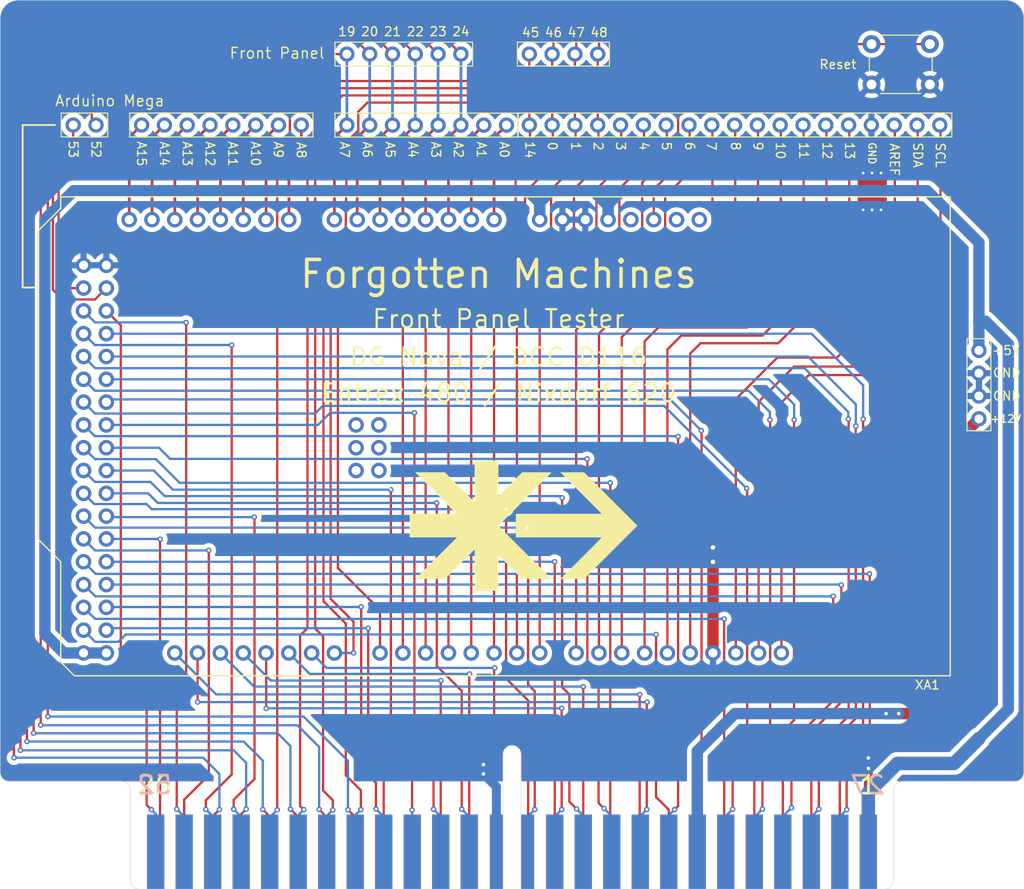
<source format=kicad_pcb>
(kicad_pcb (version 20221018) (generator pcbnew)
  (layers (0 "F.Cu" signal) (31 "B.Cu" signal) (34 "B.Paste" user) (35 "F.Paste" user) (36 "B.SilkS" user "B.Silkscreen") (37 "F.SilkS" user "F.Silkscreen") (38 "B.Mask" user) (39 "F.Mask" user) (44 "Edge.Cuts" user))
  (net 0 "")
  (net 1 "Net-(J1-Pad17)")
  (net 2 "Net-(XA1-PadMISO)")
  (net 3 "Net-(XA1-PadIORF)")
  (net 4 "Net-(XA1-Pad3V3)")
  (net 5 "Net-(XA1-PadSCK)")
  (net 6 "Net-(XA1-PadMOSI)")
  (net 7 "Net-(XA1-PadRST2)")
  (net 8 "D30")
  (net 9 "D50")
  (net 10 "D31")
  (net 11 "D51")
  (net 12 "D49")
  (net 13 "D32")
  (net 14 "D22")
  (net 15 "D24")
  (net 16 "D36")
  (net 17 "D18")
  (net 18 "D40")
  (net 19 "D16")
  (net 20 "D34")
  (net 21 "D15")
  (net 22 "D35")
  (net 23 "D33")
  (net 24 "D28")
  (net 25 "D17")
  (net 26 "D19")
  (net 27 "D37")
  (net 28 "D39")
  (net 29 "D21")
  (net 30 "D20")
  (net 31 "D23")
  (net 32 "D41")
  (net 33 "D42")
  (net 34 "D25")
  (net 35 "D43")
  (net 36 "D45")
  (net 37 "D44")
  (net 38 "D27")
  (net 39 "D26")
  (net 40 "D47")
  (net 41 "D46")
  (net 42 "D48")
  (net 43 "D29")
  (net 44 "D38")
  (net 45 "+5V")
  (net 46 "GND")
  (net 47 "+12V")
  (net 48 "Net-(SW1-Pad2)")
  (net 49 "Net-(XA1-Pad5V2)")
  (net 50 "Net-(XA1-PadGND4)")
  (net 51 "SCL")
  (net 52 "SDA")
  (net 53 "AREF")
  (net 54 "D13")
  (net 55 "D12")
  (net 56 "D11")
  (net 57 "D10")
  (net 58 "D9")
  (net 59 "D8")
  (net 60 "D7")
  (net 61 "D6")
  (net 62 "D5")
  (net 63 "D4")
  (net 64 "D3")
  (net 65 "D2")
  (net 66 "A0")
  (net 67 "A1")
  (net 68 "A8")
  (net 69 "A9")
  (net 70 "A10")
  (net 71 "A11")
  (net 72 "A12")
  (net 73 "A13")
  (net 74 "A14")
  (net 75 "A15")
  (net 76 "52")
  (net 77 "53")
  (net 78 "RESTART ENABLE")
  (net 79 "~{RST}")
  (net 80 "~{CON RQ}")
  (net 81 "~{CON INST}")
  (net 82 "~{PL}")
  (net 83 "~{ISTP}")
  (net 84 "~{STOP}")
  (net 85 "~{CONT+ISTP+MSTP}")
  (net 86 "~{CON DATA}")
  (footprint "port_nova:port_Nova_52pin" (layer "F.Cu") (at 61.878 136.196)
    (fp_text reference "J1")
    (fp_text value "Slot_02x26")
  )
  (footprint "port_nova:PinHeader_1x04_P2.54mm_Vertical" (layer "F.Cu") (at 153.568 80.346)
    (fp_text reference "J2" hide)
    (fp_text value "Conn_01x04")
  )
  (footprint "port_nova:PinHeader_1x08_P2.54mm_Vertical" (layer "F.Cu") (at 100.956 55.256 -90)
    (fp_text reference "J4" hide)
    (fp_text value "Conn_01x08")
  )
  (footprint "port_nova:PinHeader_1x08_P2.54mm_Vertical" (layer "F.Cu") (at 78.096 55.246 -90)
    (fp_text reference "J3" hide)
    (fp_text value "Conn_01x08")
  )
  (footprint "port_nova:PinHeader_1x06_P2.54mm_Vertical" (layer "F.Cu") (at 95.876 47.346 -90)
    (fp_text reference "J5" hide)
    (fp_text value "Conn_01x06")
  )
  (footprint "port_nova:PinHeader_1x04_P2.54mm_Vertical" (layer "F.Cu") (at 111.116 47.346 -90)
    (fp_text reference "J6" hide)
    (fp_text value "Conn_01x04")
  )
  (footprint "Button_Switch_THT:SW_PUSH_6mm" (layer "F.Cu") (at 148.108 50.736 180)
    (fp_text reference "Reset")
    (fp_text value "SW_Push")
  )
  (footprint "port_nova:PinHeader_1x02_P2.54mm_Vertical" (layer "F.Cu") (at 55.236 55.246 -90)
    (fp_text reference "J7" hide)
    (fp_text value "Conn_01x02")
  )
  (footprint "port_nova:PinHeader_1x19_P2.54mm_Vertical" (layer "F.Cu") (at 103.496 55.246 90)
    (fp_text reference "J8" hide)
    (fp_text value "Conn_01x19")
  )
  (footprint "port_nova:logoFullN" (layer "F.Cu") (at 102.818 99.846)
    (fp_text reference "G***" hide)
    (fp_text value "LOGO" hide)
  )
  (footprint "Arduino:Arduino_Mega2560_Shield" (layer "F.Cu") (at 150.368 63.246 180)
    (fp_text reference "XA1")
    (fp_text value "Arduino_Mega2560_Shield")
  )
  (gr_line (start 50.668 55.246) (end 47.068 55.246) (stroke (width 0.2)) (layer "F.SilkS"))
  (gr_line (start 47.068 73.346) (end 48.368 73.346) (stroke (width 0.2)) (layer "F.SilkS"))
  (gr_line (start 47.068 55.246) (end 47.068 73.346) (stroke (width 0.2)) (layer "F.SilkS"))
  (gr_line (start 44.568 43.346) (end 44.568 127.346) (stroke (width 0.05)) (layer "Edge.Cuts"))
  (gr_line (start 143.068 140.346) (end 102.568 140.346) (stroke (width 0.05)) (layer "Edge.Cuts"))
  (gr_line (start 59.068 139.346) (end 59.068 129.346) (stroke (width 0.05)) (layer "Edge.Cuts"))
  (gr_arc (start 158.568 127.346) (mid 158.275107 128.053107) (end 157.568 128.346) (stroke (width 0.05)) (layer "Edge.Cuts"))
  (gr_arc (start 156.568 41.346) (mid 157.982214 41.931786) (end 158.568 43.346) (stroke (width 0.05)) (layer "Edge.Cuts"))
  (gr_arc (start 100.568 125.346) (mid 101.568 124.346) (end 102.568 125.346) (stroke (width 0.05)) (layer "Edge.Cuts"))
  (gr_line (start 58.068 128.346) (end 45.568 128.346) (stroke (width 0.05)) (layer "Edge.Cuts"))
  (gr_arc (start 45.568 128.346) (mid 44.860893 128.053107) (end 44.568 127.346) (stroke (width 0.05)) (layer "Edge.Cuts"))
  (gr_line (start 145.068 128.346) (end 157.568 128.346) (stroke (width 0.05)) (layer "Edge.Cuts"))
  (gr_arc (start 144.068 139.346) (mid 143.775107 140.053107) (end 143.068 140.346) (stroke (width 0.05)) (layer "Edge.Cuts"))
  (gr_line (start 102.568 140.346) (end 102.568 125.346) (stroke (width 0.05)) (layer "Edge.Cuts"))
  (gr_line (start 100.568 140.346) (end 100.568 125.346) (stroke (width 0.05)) (layer "Edge.Cuts"))
  (gr_arc (start 144.068 129.346) (mid 144.360893 128.638893) (end 145.068 128.346) (stroke (width 0.05)) (layer "Edge.Cuts"))
  (gr_arc (start 44.568 43.346) (mid 45.153786 41.931786) (end 46.568 41.346) (stroke (width 0.05)) (layer "Edge.Cuts"))
  (gr_line (start 144.068 139.346) (end 144.068 129.346) (stroke (width 0.05)) (layer "Edge.Cuts"))
  (gr_line (start 156.568 41.346) (end 46.568 41.346) (stroke (width 0.05)) (layer "Edge.Cuts"))
  (gr_arc (start 58.068 128.346) (mid 58.775107 128.638893) (end 59.068 129.346) (stroke (width 0.05)) (layer "Edge.Cuts"))
  (gr_line (start 158.568 127.346) (end 158.568 43.346) (stroke (width 0.05)) (layer "Edge.Cuts"))
  (gr_line (start 60.068 140.346) (end 100.568 140.346) (stroke (width 0.05)) (layer "Edge.Cuts"))
  (gr_arc (start 60.068 140.346) (mid 59.360893 140.053107) (end 59.068 139.346) (stroke (width 0.05)) (layer "Edge.Cuts"))
  (gr_text "27" (at 141.168 128.746) (layer "B.SilkS") (effects (font (size 2 2) (thickness 0.3)) (justify mirror)))
  (gr_text "52" (at 61.768 128.746) (layer "B.SilkS") (effects (font (size 2 2) (thickness 0.3)) (justify mirror)))
  (gr_text "A14" (at 62.856 58.45 -90) (layer "F.SilkS") (effects (font (size 1 1))))
  (gr_text "A13" (at 65.396 58.45 -90) (layer "F.SilkS") (effects (font (size 1 1))))
  (gr_text "A12" (at 67.946 58.45 -90) (layer "F.SilkS") (effects (font (size 1 1))))
  (gr_text "A11" (at 70.476 58.45 -90) (layer "F.SilkS") (effects (font (size 1 1))))
  (gr_text "A10" (at 73.016 58.45 -90) (layer "F.SilkS") (effects (font (size 1 1))))
  (gr_text "A8" (at 78.096 58.05 -90) (layer "F.SilkS") (effects (font (size 1 1))))
  (gr_text "A3" (at 93.082 57.996 -90) (layer "F.SilkS") (effects (font (size 1 1))))
  (gr_text "A2" (at 95.602 57.996 -90) (layer "F.SilkS") (effects (font (size 1 1))))
  (gr_text "A0" (at 100.702 57.996 -90) (layer "F.SilkS") (effects (font (size 1 1))))
  (gr_text "A4" (at 90.542 57.996 -90) (layer "F.SilkS") (effects (font (size 1 1))))
  (gr_text "A6" (at 85.462 57.996 -90) (layer "F.SilkS") (effects (font (size 1 1))))
  (gr_text "A1" (at 98.162 57.996 -90) (layer "F.SilkS") (effects (font (size 1 1))))
  (gr_text "A7" (at 82.922 57.996 -90) (layer "F.SilkS") (effects (font (size 1 1))))
  (gr_text "A5" (at 88.002 57.996 -90) (layer "F.SilkS") (effects (font (size 1 1))))
  (gr_text "20" (at 85.716 44.842) (layer "F.SilkS") (effects (font (size 1 1))))
  (gr_text "21" (at 88.256 44.842) (layer "F.SilkS") (effects (font (size 1 1))))
  (gr_text "22" (at 90.796 44.842) (layer "F.SilkS") (effects (font (size 1 1))))
  (gr_text "23" (at 93.336 44.842) (layer "F.SilkS") (effects (font (size 1 1))))
  (gr_text "24" (at 95.876 44.842) (layer "F.SilkS") (effects (font (size 1 1))))
  (gr_text "45" (at 103.648 44.946) (layer "F.SilkS") (effects (font (size 1 1))))
  (gr_text "47" (at 108.728 44.946) (layer "F.SilkS") (effects (font (size 1 1))))
  (gr_text "46" (at 106.188 44.946) (layer "F.SilkS") (effects (font (size 1 1))))
  (gr_text "48" (at 111.268 44.946) (layer "F.SilkS") (effects (font (size 1 1))))
  (gr_text "14" (at 103.568 57.996 -90) (layer "F.SilkS") (effects (font (size 1 1))))
  (gr_text "10" (at 131.468 58.096 -90) (layer "F.SilkS") (effects (font (size 1 1))))
  (gr_text "11" (at 134.068 58.096 -90) (layer "F.SilkS") (effects (font (size 1 1))))
  (gr_text "12" (at 136.668 58.096 -90) (layer "F.SilkS") (effects (font (size 1 1))))
  (gr_text "13" (at 139.168 58.096 -90) (layer "F.SilkS") (effects (font (size 1 1))))
  (gr_text "52" (at 55.236 57.946 -90) (layer "F.SilkS") (effects (font (size 1 1))))
  (gr_text "53" (at 52.696 57.946 -90) (layer "F.SilkS") (effects (font (size 1 1))))
  (gr_text "6" (at 121.368 57.596 -90) (layer "F.SilkS") (effects (font (size 1 1))))
  (gr_text "7" (at 123.768 57.596 -90) (layer "F.SilkS") (effects (font (size 1 1))))
  (gr_text "8" (at 126.468 57.596 -90) (layer "F.SilkS") (effects (font (size 1 1))))
  (gr_text "0" (at 106.068 57.596 -90) (layer "F.SilkS") (effects (font (size 1 1))))
  (gr_text "3" (at 113.668 57.596 -90) (layer "F.SilkS") (effects (font (size 1 1))))
  (gr_text "2" (at 111.168 57.596 -90) (layer "F.SilkS") (effects (font (size 1 1))))
  (gr_text "9" (at 128.968 57.596 -90) (layer "F.SilkS") (effects (font (size 1 1))))
  (gr_text "4" (at 116.268 57.596 -90) (layer "F.SilkS") (effects (font (size 1 1))))
  (gr_text "1" (at 108.668 57.596 -90) (layer "F.SilkS") (effects (font (size 1 1))))
  (gr_text "5" (at 118.768 57.596 -90) (layer "F.SilkS") (effects (font (size 1 1))))
  (gr_text "GND" (at 141.668 58.396 -90) (layer "F.SilkS") (effects (font (size 0.8 0.8))))
  (gr_text "AREF" (at 144.168 59.096 -90) (layer "F.SilkS") (effects (font (size 1 1))))
  (gr_text "SDA" (at 146.768 58.596 -90) (layer "F.SilkS") (effects (font (size 1 1))))
  (gr_text "SCL" (at 149.268 58.596 -90) (layer "F.SilkS") (effects (font (size 1 1))))
  (gr_text "A9" (at 75.546 58 -90) (layer "F.SilkS") (effects (font (size 1 1))))
  (gr_text "Arduino Mega" (at 56.768 52.546) (layer "F.SilkS") (effects (font (size 1.2 1.2))))
  (gr_text "Forgotten Machines" (at 100.068 71.846) (layer "F.SilkS") (effects (font (size 3 3) (thickness 0.4))))
  (gr_text "DG Nova / DCC D116" (at 100.068 81.096) (layer "F.SilkS") (effects (font (size 2 2) (thickness 0.25))))
  (gr_text "Front Panel Tester" (at 100.068 76.846) (layer "F.SilkS") (effects (font (size 2 2) (thickness 0.25))))
  (gr_text "Entrex 480 / Nixdorf 620" (at 100.068 85.096) (layer "F.SilkS") (effects (font (size 2 2) (thickness 0.25))))
  (gr_text "GND" (at 156.668 82.846) (layer "F.SilkS") (effects (font (size 1 1))))
  (gr_text "GND" (at 156.668 85.426) (layer "F.SilkS") (effects (font (size 1 1))))
  (gr_text "+12V" (at 156.568 87.966) (layer "F.SilkS") (effects (font (size 0.85 0.85))))
  (gr_text "+5V" (at 156.568 80.346) (layer "F.SilkS") (effects (font (size 1 1))))
  (gr_text "A15" (at 60.316 58.45 -90) (layer "F.SilkS") (effects (font (size 1 1))))
  (gr_text "1" (at 141.268 128.746) (layer "F.SilkS") (effects (font (size 2 2) (thickness 0.3))))
  (gr_text "19" (at 83.176 44.842) (layer "F.SilkS") (effects (font (size 1 1))))
  (gr_text "Front Panel" (at 75.406 47.242) (layer "F.SilkS") (effects (font (size 1.2 1.2))))
  (gr_text "26" (at 61.768 128.746) (layer "F.SilkS") (effects (font (size 2 2) (thickness 0.3))))
  (segment (start 62.368 101.425998) (end 62.407999 101.385999) (width 0.254) (layer "F.Cu") (net 8))
  (segment (start 61.878 135.846) (end 62.368 135.356) (width 0.254) (layer "F.Cu") (net 8))
  (segment (start 56.388 101.346) (end 56.768 101.346) (width 0.254) (layer "F.Cu") (net 8))
  (segment (start 62.368 135.356) (end 62.368 101.425998) (width 0.254) (layer "F.Cu") (net 8))
  (via (at 62.398 101.376) (size 0.6) (drill 0.3) (layers "F.Cu" "B.Cu") (net 8))
  (segment (start 56.388 101.346) (end 62.368 101.346) (width 0.254) (layer "B.Cu") (net 8))
  (segment (start 62.368 101.346) (end 62.407999 101.385999) (width 0.254) (layer "B.Cu") (net 8))
  (segment (start 56.388 75.946) (end 57.998 77.556) (width 0.254) (layer "F.Cu") (net 9))
  (segment (start 60.878 119.826) (end 60.878 130.966) (width 0.254) (layer "F.Cu") (net 9))
  (segment (start 60.878 130.966) (end 61.408 131.496) (width 0.254) (layer "F.Cu") (net 9))
  (segment (start 57.998 116.946) (end 60.878 119.826) (width 0.254) (layer "F.Cu") (net 9))
  (segment (start 57.998 77.556) (end 57.998 116.946) (width 0.254) (layer "F.Cu") (net 9))
  (via (at 61.408 131.496) (size 0.6) (drill 0.3) (layers "F.Cu" "B.Cu") (net 9))
  (segment (start 61.878 131.966) (end 61.408 131.496) (width 0.254) (layer "B.Cu") (net 9))
  (segment (start 61.878 135.846) (end 61.878 131.966) (width 0.254) (layer "B.Cu") (net 9))
  (segment (start 65.053 130.391) (end 67.798 127.646) (width 0.254) (layer "F.Cu") (net 10))
  (segment (start 67.798 127.646) (end 67.798 102.616) (width 0.254) (layer "F.Cu") (net 10))
  (segment (start 65.053 135.846) (end 65.258 135.641) (width 0.254) (layer "F.Cu") (net 10))
  (segment (start 65.053 136.196) (end 65.053 130.391) (width 0.254) (layer "F.Cu") (net 10))
  (via (at 67.798 102.616) (size 0.6) (drill 0.3) (layers "F.Cu" "B.Cu") (net 10))
  (segment (start 67.788 102.626) (end 67.798 102.616) (width 0.254) (layer "B.Cu") (net 10))
  (segment (start 53.848 101.346) (end 55.128 102.626) (width 0.254) (layer "B.Cu") (net 10))
  (segment (start 55.128 102.626) (end 67.788 102.626) (width 0.254) (layer "B.Cu") (net 10))
  (segment (start 65.278 77.276) (end 65.268 77.266) (width 0.254) (layer "F.Cu") (net 11))
  (segment (start 65.278 77.606) (end 65.278 77.276) (width 0.254) (layer "F.Cu") (net 11))
  (segment (start 64.228 119.746) (end 65.278 118.696) (width 0.254) (layer "F.Cu") (net 11))
  (segment (start 65.278 77.256) (end 65.268 77.246) (width 0.254) (layer "F.Cu") (net 11))
  (segment (start 65.278 77.606) (end 65.278 77.256) (width 0.254) (layer "F.Cu") (net 11))
  (segment (start 64.228 131.436) (end 64.228 119.746) (width 0.254) (layer "F.Cu") (net 11))
  (segment (start 65.278 118.696) (end 65.278 77.606) (width 0.254) (layer "F.Cu") (net 11))
  (via (at 64.228 131.436) (size 0.6) (drill 0.3) (layers "F.Cu" "B.Cu") (net 11))
  (via (at 65.268 77.246) (size 0.6) (drill 0.3) (layers "F.Cu" "B.Cu") (net 11))
  (segment (start 64.928 77.226) (end 65.228 77.226) (width 0.254) (layer "B.Cu") (net 11))
  (segment (start 65.228 77.226) (end 65.268 77.266) (width 0.254) (layer "B.Cu") (net 11))
  (segment (start 65.053 135.846) (end 65.053 132.261) (width 0.254) (layer "B.Cu") (net 11))
  (segment (start 65.248 77.226) (end 65.268 77.246) (width 0.254) (layer "B.Cu") (net 11))
  (segment (start 65.053 132.261) (end 64.228 131.436) (width 0.254) (layer "B.Cu") (net 11))
  (segment (start 55.128 77.226) (end 64.928 77.226) (width 0.254) (layer "B.Cu") (net 11))
  (segment (start 53.848 75.946) (end 55.128 77.226) (width 0.254) (layer "B.Cu") (net 11))
  (segment (start 64.928 77.226) (end 65.248 77.226) (width 0.254) (layer "B.Cu") (net 11))
  (segment (start 70.348 127.576) (end 67.468 130.456) (width 0.254) (layer "F.Cu") (net 12))
  (segment (start 67.468 130.456) (end 67.468 131.466) (width 0.254) (layer "F.Cu") (net 12))
  (segment (start 70.348 79.755994) (end 70.348 127.576) (width 0.254) (layer "F.Cu") (net 12))
  (via (at 70.348 79.755994) (size 0.6) (drill 0.3) (layers "F.Cu" "B.Cu") (net 12))
  (via (at 67.468 131.466) (size 0.6) (drill 0.3) (layers "F.Cu" "B.Cu") (net 12))
  (segment (start 70.338006 79.746) (end 70.348 79.755994) (width 0.254) (layer "B.Cu") (net 12))
  (segment (start 68.228 135.846) (end 68.228 132.226) (width 0.254) (layer "B.Cu") (net 12))
  (segment (start 55.108 79.746) (end 70.338006 79.746) (width 0.254) (layer "B.Cu") (net 12))
  (segment (start 68.228 132.226) (end 67.468 131.466) (width 0.254) (layer "B.Cu") (net 12))
  (segment (start 53.848 78.486) (end 55.108 79.746) (width 0.254) (layer "B.Cu") (net 12))
  (segment (start 70.568 131.446) (end 70.568 130.396) (width 0.254) (layer "F.Cu") (net 13))
  (segment (start 72.888 128.076) (end 72.888 98.936) (width 0.254) (layer "F.Cu") (net 13))
  (segment (start 72.888 98.936) (end 72.858 98.906) (width 0.254) (layer "F.Cu") (net 13))
  (segment (start 70.568 130.396) (end 72.888 128.076) (width 0.254) (layer "F.Cu") (net 13))
  (via (at 70.568 131.446) (size 0.6) (drill 0.3) (layers "F.Cu" "B.Cu") (net 13))
  (via (at 72.858 98.906) (size 0.6) (drill 0.3) (layers "F.Cu" "B.Cu") (net 13))
  (segment (start 71.403 135.846) (end 71.403 132.281) (width 0.254) (layer "B.Cu") (net 13))
  (segment (start 72.848 98.916) (end 72.858 98.906) (width 0.254) (layer "B.Cu") (net 13))
  (segment (start 71.403 132.281) (end 70.568 131.446) (width 0.254) (layer "B.Cu") (net 13))
  (segment (start 56.498 98.916) (end 72.848 98.916) (width 0.254) (layer "B.Cu") (net 13))
  (segment (start 56.388 98.806) (end 56.498 98.916) (width 0.254) (layer "B.Cu") (net 13))
  (segment (start 85.548 126.526) (end 85.548 111.296) (width 0.254) (layer "F.Cu") (net 14))
  (segment (start 87.278 135.846) (end 87.278 128.256) (width 0.254) (layer "F.Cu") (net 14))
  (segment (start 87.278 128.256) (end 85.548 126.526) (width 0.254) (layer "F.Cu") (net 14))
  (via (at 85.548 111.296) (size 0.6) (drill 0.3) (layers "F.Cu" "B.Cu") (net 14))
  (segment (start 56.608 111.286) (end 85.538 111.286) (width 0.254) (layer "B.Cu") (net 14))
  (segment (start 85.538 111.286) (end 85.548 111.296) (width 0.254) (layer "B.Cu") (net 14))
  (segment (start 56.388 111.506) (end 56.608 111.286) (width 0.254) (layer "B.Cu") (net 14))
  (segment (start 86.418 128.516) (end 84.768 126.866) (width 0.254) (layer "F.Cu") (net 15))
  (segment (start 86.418 131.426) (end 86.418 128.516) (width 0.254) (layer "F.Cu") (net 15))
  (segment (start 84.768 126.866) (end 84.768 108.906) (width 0.254) (layer "F.Cu") (net 15))
  (via (at 84.768 108.906) (size 0.6) (drill 0.3) (layers "F.Cu" "B.Cu") (net 15))
  (via (at 86.418 131.426) (size 0.6) (drill 0.3) (layers "F.Cu" "B.Cu") (net 15))
  (segment (start 56.428 108.926) (end 84.748 108.926) (width 0.254) (layer "B.Cu") (net 15))
  (segment (start 56.388 108.966) (end 56.428 108.926) (width 0.254) (layer "B.Cu") (net 15))
  (segment (start 87.278 135.846) (end 87.278 132.286) (width 0.254) (layer "B.Cu") (net 15))
  (segment (start 84.748 108.926) (end 84.768 108.906) (width 0.254) (layer "B.Cu") (net 15))
  (segment (start 87.278 132.286) (end 86.418 131.426) (width 0.254) (layer "B.Cu") (net 15))
  (segment (start 88.078 125.486) (end 88.078 95.856002) (width 0.254) (layer "F.Cu") (net 16))
  (segment (start 90.438 131.536) (end 90.438 127.846) (width 0.254) (layer "F.Cu") (net 16))
  (segment (start 90.438 127.846) (end 88.078 125.486) (width 0.254) (layer "F.Cu") (net 16))
  (via (at 90.438 131.536) (size 0.6) (drill 0.3) (layers "F.Cu" "B.Cu") (net 16))
  (via (at 88.078 95.856002) (size 0.6) (drill 0.3) (layers "F.Cu" "B.Cu") (net 16))
  (segment (start 56.388 93.726) (end 61.668 93.726) (width 0.254) (layer "B.Cu") (net 16))
  (segment (start 63.798002 95.856002) (end 88.078 95.856002) (width 0.254) (layer "B.Cu") (net 16))
  (segment (start 90.453 131.551) (end 90.438 131.536) (width 0.254) (layer "B.Cu") (net 16))
  (segment (start 61.668 93.726) (end 63.798002 95.856002) (width 0.254) (layer "B.Cu") (net 16))
  (segment (start 90.453 135.846) (end 90.453 131.551) (width 0.254) (layer "B.Cu") (net 16))
  (segment (start 93.628 117.136002) (end 93.648 117.116002) (width 0.254) (layer "F.Cu") (net 17))
  (segment (start 93.628 135.846) (end 93.628 117.136002) (width 0.254) (layer "F.Cu") (net 17))
  (via (at 93.648 117.116002) (size 0.6) (drill 0.3) (layers "F.Cu" "B.Cu") (net 17))
  (segment (start 93.647998 117.116) (end 93.648 117.116002) (width 0.254) (layer "B.Cu") (net 17))
  (segment (start 74.698 117.116) (end 93.647998 117.116) (width 0.254) (layer "B.Cu") (net 17))
  (segment (start 71.628 114.046) (end 74.698 117.116) (width 0.254) (layer "B.Cu") (net 17))
  (segment (start 90.698 125.056) (end 92.828 127.186) (width 0.254) (layer "F.Cu") (net 18))
  (segment (start 92.828 127.186) (end 92.828 131.446) (width 0.254) (layer "F.Cu") (net 18))
  (segment (start 90.698 87.296) (end 90.698 125.056) (width 0.254) (layer "F.Cu") (net 18))
  (via (at 92.828 131.446) (size 0.6) (drill 0.3) (layers "F.Cu" "B.Cu") (net 18))
  (via (at 90.698 87.296) (size 0.6) (drill 0.3) (layers "F.Cu" "B.Cu") (net 18))
  (segment (start 93.628 135.846) (end 93.628 132.246) (width 0.254) (layer "B.Cu") (net 18))
  (segment (start 81.318 87.296) (end 79.968 88.646) (width 0.254) (layer "B.Cu") (net 18))
  (segment (start 93.628 132.246) (end 92.828 131.446) (width 0.254) (layer "B.Cu") (net 18))
  (segment (start 79.968 88.646) (end 56.388 88.646) (width 0.254) (layer "B.Cu") (net 18))
  (segment (start 90.698 87.296) (end 81.318 87.296) (width 0.254) (layer "B.Cu") (net 18))
  (segment (start 96.803 135.846) (end 96.803 116.421) (width 0.254) (layer "F.Cu") (net 19))
  (segment (start 96.803 116.421) (end 96.838 116.386) (width 0.254) (layer "F.Cu") (net 19))
  (via (at 96.838 116.386) (size 0.6) (drill 0.3) (layers "F.Cu" "B.Cu") (net 19))
  (segment (start 79.038 116.376) (end 96.828 116.376) (width 0.254) (layer "B.Cu") (net 19))
  (segment (start 96.828 116.376) (end 96.838 116.386) (width 0.254) (layer "B.Cu") (net 19))
  (segment (start 76.708 114.046) (end 79.038 116.376) (width 0.254) (layer "B.Cu") (net 19))
  (segment (start 95.968 118.266) (end 93.188 115.486) (width 0.254) (layer "F.Cu") (net 20))
  (segment (start 93.188 115.486) (end 93.188 97.376) (width 0.254) (layer "F.Cu") (net 20))
  (segment (start 93.188 97.376) (end 93.148 97.336) (width 0.254) (layer "F.Cu") (net 20))
  (segment (start 95.968 131.446) (end 95.968 118.266) (width 0.254) (layer "F.Cu") (net 20))
  (via (at 93.178 97.336) (size 0.6) (drill 0.3) (layers "F.Cu" "B.Cu") (net 20))
  (via (at 95.968 131.446) (size 0.6) (drill 0.3) (layers "F.Cu" "B.Cu") (net 20))
  (segment (start 96.803 135.846) (end 96.803 132.281) (width 0.254) (layer "B.Cu") (net 20))
  (segment (start 96.803 132.281) (end 95.968 131.446) (width 0.254) (layer "B.Cu") (net 20))
  (segment (start 61.048 96.266) (end 62.118 97.336) (width 0.254) (layer "B.Cu") (net 20))
  (segment (start 56.388 96.266) (end 61.048 96.266) (width 0.254) (layer "B.Cu") (net 20))
  (segment (start 62.118 97.336) (end 93.148 97.336) (width 0.254) (layer "B.Cu") (net 20))
  (segment (start 99.578 135.846) (end 99.578 115.776) (width 0.254) (layer "F.Cu") (net 21))
  (segment (start 99.578 115.776) (end 99.648 115.706) (width 0.254) (layer "F.Cu") (net 21))
  (via (at 99.648 115.706) (size 0.6) (drill 0.3) (layers "F.Cu" "B.Cu") (net 21))
  (segment (start 80.908 115.706) (end 80.903 115.701) (width 0.254) (layer "B.Cu") (net 21))
  (segment (start 79.248 114.046) (end 80.903 115.701) (width 0.254) (layer "B.Cu") (net 21))
  (segment (start 99.648 115.706) (end 80.908 115.706) (width 0.254) (layer "B.Cu") (net 21))
  (segment (start 103.578 135.846) (end 103.368 135.636) (width 0.254) (layer "F.Cu") (net 22))
  (segment (start 100.908 116.886) (end 100.908 98.026) (width 0.254) (layer "F.Cu") (net 22))
  (segment (start 103.368 135.636) (end 103.368 119.346) (width 0.254) (layer "F.Cu") (net 22))
  (segment (start 103.368 119.346) (end 100.908 116.886) (width 0.254) (layer "F.Cu") (net 22))
  (via (at 100.908 98.026) (size 0.6) (drill 0.3) (layers "F.Cu" "B.Cu") (net 22))
  (segment (start 61.438 98.026) (end 100.908 98.026) (width 0.254) (layer "B.Cu") (net 22))
  (segment (start 60.868601 97.456601) (end 61.438 98.026) (width 0.254) (layer "B.Cu") (net 22))
  (segment (start 53.848 96.266) (end 55.038601 97.456601) (width 0.254) (layer "B.Cu") (net 22))
  (segment (start 55.038601 97.456601) (end 60.868601 97.456601) (width 0.254) (layer "B.Cu") (net 22))
  (segment (start 103.358 117.556) (end 103.358 100.156) (width 0.254) (layer "F.Cu") (net 23))
  (segment (start 103.358 100.156) (end 103.313 100.111) (width 0.254) (layer "F.Cu") (net 23))
  (segment (start 104.098 131.476) (end 104.098 118.296) (width 0.254) (layer "F.Cu") (net 23))
  (segment (start 104.098 118.296) (end 103.358 117.556) (width 0.254) (layer "F.Cu") (net 23))
  (via (at 104.098 131.476) (size 0.6) (drill 0.3) (layers "F.Cu" "B.Cu") (net 23))
  (via (at 103.313 100.111) (size 0.6) (drill 0.3) (layers "F.Cu" "B.Cu") (net 23))
  (segment (start 55.128 100.086) (end 103.288 100.086) (width 0.254) (layer "B.Cu") (net 23))
  (segment (start 53.848 98.806) (end 55.128 100.086) (width 0.254) (layer "B.Cu") (net 23))
  (segment (start 103.288 100.086) (end 103.313 100.111) (width 0.254) (layer "B.Cu") (net 23))
  (segment (start 103.578 131.996) (end 104.098 131.476) (width 0.254) (layer "B.Cu") (net 23))
  (segment (start 103.578 135.846) (end 103.578 131.996) (width 0.254) (layer "B.Cu") (net 23))
  (segment (start 106.328 135.846) (end 106.328 103.886) (width 0.254) (layer "F.Cu") (net 24))
  (segment (start 106.328 103.886) (end 106.318 103.876) (width 0.254) (layer "F.Cu") (net 24))
  (via (at 106.318 103.876) (size 0.6) (drill 0.3) (layers "F.Cu" "B.Cu") (net 24))
  (segment (start 106.308 103.886) (end 106.318 103.876) (width 0.254) (layer "B.Cu") (net 24))
  (segment (start 56.388 103.886) (end 106.308 103.886) (width 0.254) (layer "B.Cu") (net 24))
  (segment (start 107.098 120.206) (end 107.098 131.476) (width 0.254) (layer "F.Cu") (net 25))
  (segment (start 74.188 114.066) (end 74.188 120.226002) (width 0.254) (layer "F.Cu") (net 25))
  (segment (start 107.098 131.476) (end 107.097993 131.476007) (width 0.254) (layer "F.Cu") (net 25))
  (segment (start 74.168 114.046) (end 74.188 114.066) (width 0.254) (layer "F.Cu") (net 25))
  (via (at 107.098 120.206) (size 0.6) (drill 0.3) (layers "F.Cu" "B.Cu") (net 25))
  (via (at 107.097993 131.476007) (size 0.6) (drill 0.3) (layers "F.Cu" "B.Cu") (net 25))
  (via (at 74.188 120.226002) (size 0.6) (drill 0.3) (layers "F.Cu" "B.Cu") (net 25))
  (segment (start 74.208002 120.206) (end 74.188 120.226002) (width 0.254) (layer "B.Cu") (net 25))
  (segment (start 106.328 132.246) (end 107.097993 131.476007) (width 0.254) (layer "B.Cu") (net 25))
  (segment (start 107.098 120.206) (end 74.208002 120.206) (width 0.254) (layer "B.Cu") (net 25))
  (segment (start 106.328 136.196) (end 106.328 132.246) (width 0.254) (layer "B.Cu") (net 25))
  (segment (start 109.503 135.846) (end 109.503 117.801042) (width 0.254) (layer "F.Cu") (net 26))
  (via (at 109.503 117.801042) (size 0.6) (drill 0.3) (layers "F.Cu" "B.Cu") (net 26))
  (segment (start 72.828 117.786) (end 109.487958 117.786) (width 0.254) (layer "B.Cu") (net 26))
  (segment (start 109.487958 117.786) (end 109.503 117.801042) (width 0.254) (layer "B.Cu") (net 26))
  (segment (start 69.088 114.046) (end 72.828 117.786) (width 0.254) (layer "B.Cu") (net 26))
  (segment (start 107.148 117.856) (end 107.148 96.766) (width 0.254) (layer "F.Cu") (net 27))
  (segment (start 107.958 130.416) (end 107.958 118.666) (width 0.254) (layer "F.Cu") (net 27))
  (segment (start 107.958 118.666) (end 107.148 117.856) (width 0.254) (layer "F.Cu") (net 27))
  (segment (start 107.958 130.616) (end 107.958 130.416) (width 0.254) (layer "F.Cu") (net 27))
  (segment (start 108.758 131.416) (end 107.958 130.616) (width 0.254) (layer "F.Cu") (net 27))
  (via (at 107.148 96.766) (size 0.6) (drill 0.3) (layers "F.Cu" "B.Cu") (net 27))
  (via (at 108.758 131.416) (size 0.6) (drill 0.3) (layers "F.Cu" "B.Cu") (net 27))
  (segment (start 62.888 96.576) (end 106.958 96.576) (width 0.254) (layer "B.Cu") (net 27))
  (segment (start 61.308 94.996) (end 62.888 96.576) (width 0.254) (layer "B.Cu") (net 27))
  (segment (start 109.503 135.846) (end 109.503 132.161) (width 0.254) (layer "B.Cu") (net 27))
  (segment (start 106.958 96.576) (end 107.148 96.766) (width 0.254) (layer "B.Cu") (net 27))
  (segment (start 53.848 93.726) (end 55.118 94.996) (width 0.254) (layer "B.Cu") (net 27))
  (segment (start 109.503 132.161) (end 108.758 131.416) (width 0.254) (layer "B.Cu") (net 27))
  (segment (start 55.118 94.996) (end 61.308 94.996) (width 0.254) (layer "B.Cu") (net 27))
  (segment (start 112.508 95.486) (end 112.508 95.096) (width 0.254) (layer "F.Cu") (net 28))
  (segment (start 112.508 95.486) (end 112.508 95.156) (width 0.254) (layer "F.Cu") (net 28))
  (segment (start 112.508 135.676) (end 112.508 95.486) (width 0.254) (layer "F.Cu") (net 28))
  (segment (start 112.678 135.846) (end 112.508 135.676) (width 0.254) (layer "F.Cu") (net 28))
  (via (at 112.508 95.096) (size 0.6) (drill 0.3) (layers "F.Cu" "B.Cu") (net 28))
  (segment (start 64.548 95.096) (end 112.068 95.096) (width 0.254) (layer "B.Cu") (net 28))
  (segment (start 53.848 91.186) (end 55.118 92.456) (width 0.254) (layer "B.Cu") (net 28))
  (segment (start 55.118 92.456) (end 61.908 92.456) (width 0.254) (layer "B.Cu") (net 28))
  (segment (start 61.908 92.456) (end 64.548 95.096) (width 0.254) (layer "B.Cu") (net 28))
  (segment (start 112.068 95.096) (end 112.508 95.096) (width 0.254) (layer "B.Cu") (net 28))
  (segment (start 112.448 95.096) (end 112.508 95.156) (width 0.254) (layer "B.Cu") (net 28))
  (segment (start 112.068 95.096) (end 112.448 95.096) (width 0.254) (layer "B.Cu") (net 28))
  (segment (start 115.788 135.781) (end 115.788 118.676) (width 0.254) (layer "F.Cu") (net 29))
  (segment (start 115.853 135.846) (end 115.788 135.781) (width 0.254) (layer "F.Cu") (net 29))
  (via (at 115.788 118.676) (size 0.6) (drill 0.3) (layers "F.Cu" "B.Cu") (net 29))
  (segment (start 64.008 114.046) (end 68.618 118.656) (width 0.254) (layer "B.Cu") (net 29))
  (segment (start 115.768 118.656) (end 115.788 118.676) (width 0.254) (layer "B.Cu") (net 29))
  (segment (start 68.618 118.656) (end 115.768 118.656) (width 0.254) (layer "B.Cu") (net 29))
  (segment (start 116.578 119.546) (end 116.608 119.516) (width 0.254) (layer "F.Cu") (net 30))
  (segment (start 66.548 119.506) (end 66.548 114.046) (width 0.254) (layer "F.Cu") (net 30))
  (segment (start 116.578 131.476) (end 116.578 119.546) (width 0.254) (layer "F.Cu") (net 30))
  (via (at 66.548 119.506) (size 0.6) (drill 0.3) (layers "F.Cu" "B.Cu") (net 30))
  (via (at 116.608 119.516) (size 0.6) (drill 0.3) (layers "F.Cu" "B.Cu") (net 30))
  (via (at 116.578 131.476) (size 0.6) (drill 0.3) (layers "F.Cu" "B.Cu") (net 30))
  (segment (start 115.853 132.201) (end 116.578 131.476) (width 0.254) (layer "B.Cu") (net 30))
  (segment (start 115.853 136.196) (end 115.853 132.201) (width 0.254) (layer "B.Cu") (net 30))
  (segment (start 116.608 119.516) (end 66.558 119.516) (width 0.254) (layer "B.Cu") (net 30))
  (segment (start 66.558 119.516) (end 66.548 119.506) (width 0.254) (layer "B.Cu") (net 30))
  (segment (start 119.028 131.506) (end 119.028 135.846) (width 0.254) (layer "F.Cu") (net 31))
  (segment (start 117.608001 111.986001) (end 117.608001 130.086001) (width 0.254) (layer "F.Cu") (net 31))
  (segment (start 117.608 111.986) (end 117.608001 111.986001) (width 0.254) (layer "F.Cu") (net 31))
  (segment (start 117.608001 130.086001) (end 119.028 131.506) (width 0.254) (layer "F.Cu") (net 31))
  (via (at 117.608 111.986) (size 0.6) (drill 0.3) (layers "F.Cu" "B.Cu") (net 31))
  (segment (start 58.548 111.986) (end 117.608 111.986) (width 0.254) (layer "B.Cu") (net 31))
  (segment (start 53.848 111.506) (end 55.148 112.806) (width 0.254) (layer "B.Cu") (net 31))
  (segment (start 57.728 112.806) (end 58.548 111.986) (width 0.254) (layer "B.Cu") (net 31))
  (segment (start 55.148 112.806) (end 57.728 112.806) (width 0.254) (layer "B.Cu") (net 31))
  (segment (start 120.068 89.946) (end 120.068 129.396) (width 0.254) (layer "F.Cu") (net 32))
  (segment (start 120.068 131.086) (end 119.668 131.486) (width 0.254) (layer "F.Cu") (net 32))
  (segment (start 120.068 129.396) (end 120.068 131.086) (width 0.254) (layer "F.Cu") (net 32))
  (segment (start 120.058 89.936) (end 120.068 89.946) (width 0.254) (layer "F.Cu") (net 32))
  (via (at 119.668 131.486) (size 0.6) (drill 0.3) (layers "F.Cu" "B.Cu") (net 32))
  (via (at 120.058 89.936) (size 0.6) (drill 0.3) (layers "F.Cu" "B.Cu") (net 32))
  (segment (start 119.028 132.126) (end 119.668 131.486) (width 0.254) (layer "B.Cu") (net 32))
  (segment (start 120.018 89.896) (end 120.058 89.936) (width 0.254) (layer "B.Cu") (net 32))
  (segment (start 119.028 135.846) (end 119.028 132.126) (width 0.254) (layer "B.Cu") (net 32))
  (segment (start 53.848 88.646) (end 55.098 89.896) (width 0.254) (layer "B.Cu") (net 32))
  (segment (start 55.098 89.896) (end 120.018 89.896) (width 0.254) (layer "B.Cu") (net 32))
  (segment (start 122.648 89.276) (end 122.678 89.306) (width 0.254) (layer "F.Cu") (net 33))
  (segment (start 122.678 89.306) (end 122.678 135.371) (width 0.254) (layer "F.Cu") (net 33))
  (segment (start 122.678 135.371) (end 122.203 135.846) (width 0.254) (layer "F.Cu") (net 33))
  (via (at 122.648 89.276) (size 0.6) (drill 0.3) (layers "F.Cu" "B.Cu") (net 33))
  (segment (start 56.388 86.106) (end 56.688 85.806) (width 0.254) (layer "B.Cu") (net 33))
  (segment (start 56.688 85.806) (end 119.178 85.806) (width 0.254) (layer "B.Cu") (net 33))
  (segment (start 119.178 85.806) (end 122.648 89.276) (width 0.254) (layer "B.Cu") (net 33))
  (segment (start 125.198 135.666) (end 125.378 135.846) (width 0.254) (layer "F.Cu") (net 34))
  (segment (start 125.198 110.266) (end 125.198 135.666) (width 0.254) (layer "F.Cu") (net 34))
  (via (at 125.198 110.266) (size 0.6) (drill 0.3) (layers "F.Cu" "B.Cu") (net 34))
  (segment (start 125.178 110.246) (end 125.198 110.266) (width 0.254) (layer "B.Cu") (net 34))
  (segment (start 53.848 108.966) (end 55.128 110.246) (width 0.254) (layer "B.Cu") (net 34))
  (segment (start 55.128 110.246) (end 125.178 110.246) (width 0.254) (layer "B.Cu") (net 34))
  (segment (start 126.138 125.096) (end 127.758 123.476) (width 0.254) (layer "F.Cu") (net 35))
  (segment (start 126.138 131.446) (end 126.138 125.096) (width 0.254) (layer "F.Cu") (net 35))
  (segment (start 127.758 95.786) (end 127.698 95.726) (width 0.254) (layer "F.Cu") (net 35))
  (segment (start 127.758 123.476) (end 127.758 95.786) (width 0.254) (layer "F.Cu") (net 35))
  (via (at 127.698 95.726) (size 0.6) (drill 0.3) (layers "F.Cu" "B.Cu") (net 35))
  (via (at 126.138 131.446) (size 0.6) (drill 0.3) (layers "F.Cu" "B.Cu") (net 35))
  (segment (start 79.638 87.376) (end 80.488 86.526) (width 0.254) (layer "B.Cu") (net 35))
  (segment (start 118.498 86.526) (end 124.068 92.096) (width 0.254) (layer "B.Cu") (net 35))
  (segment (start 55.118 87.376) (end 79.638 87.376) (width 0.254) (layer "B.Cu") (net 35))
  (segment (start 53.848 86.106) (end 55.118 87.376) (width 0.254) (layer "B.Cu") (net 35))
  (segment (start 80.488 86.526) (end 118.498 86.526) (width 0.254) (layer "B.Cu") (net 35))
  (segment (start 125.378 132.206) (end 126.138 131.446) (width 0.254) (layer "B.Cu") (net 35))
  (segment (start 124.068 92.096) (end 127.698 95.726) (width 0.254) (layer "B.Cu") (net 35))
  (segment (start 125.378 136.196) (end 125.378 132.206) (width 0.254) (layer "B.Cu") (net 35))
  (segment (start 130.318 123.116) (end 128.553 124.881) (width 0.254) (layer "F.Cu") (net 36))
  (segment (start 130.318 90.526) (end 130.318 88.106) (width 0.254) (layer "F.Cu") (net 36))
  (segment (start 130.318 88.106) (end 130.288 88.076) (width 0.254) (layer "F.Cu") (net 36))
  (segment (start 130.318 90.526) (end 130.318 123.116) (width 0.254) (layer "F.Cu") (net 36))
  (segment (start 128.553 124.881) (end 128.553 135.846) (width 0.254) (layer "F.Cu") (net 36))
  (via (at 130.288 88.076) (size 0.6) (drill 0.3) (layers "F.Cu" "B.Cu") (net 36))
  (segment (start 53.848 83.566) (end 55.118 84.836) (width 0.254) (layer "B.Cu") (net 36))
  (segment (start 55.118 84.836) (end 127.918 84.836) (width 0.254) (layer "B.Cu") (net 36))
  (segment (start 127.918 84.836) (end 130.288 87.206) (width 0.254) (layer "B.Cu") (net 36))
  (segment (start 130.288 87.206) (end 130.288 88.076) (width 0.254) (layer "B.Cu") (net 36))
  (segment (start 132.978 92.096) (end 132.978 121.536) (width 0.254) (layer "F.Cu") (net 37))
  (segment (start 132.978 121.536) (end 129.458 125.056) (width 0.254) (layer "F.Cu") (net 37))
  (segment (start 132.978 88.086) (end 132.988 88.076) (width 0.254) (layer "F.Cu") (net 37))
  (segment (start 132.978 92.096) (end 132.978 88.086) (width 0.254) (layer "F.Cu") (net 37))
  (segment (start 129.458 125.056) (end 129.458 131.426) (width 0.254) (layer "F.Cu") (net 37))
  (via (at 129.458 131.426) (size 0.6) (drill 0.3) (layers "F.Cu" "B.Cu") (net 37))
  (via (at 132.988 88.076) (size 0.6) (drill 0.3) (layers "F.Cu" "B.Cu") (net 37))
  (segment (start 128.553 136.196) (end 128.553 132.331) (width 0.254) (layer "B.Cu") (net 37))
  (segment (start 132.988 86.366) (end 132.988 88.076) (width 0.254) (layer "B.Cu") (net 37))
  (segment (start 130.188 83.566) (end 132.988 86.366) (width 0.254) (layer "B.Cu") (net 37))
  (segment (start 128.553 132.331) (end 129.458 131.426) (width 0.254) (layer "B.Cu") (net 37))
  (segment (start 56.388 83.566) (end 130.188 83.566) (width 0.254) (layer "B.Cu") (net 37))
  (segment (start 137.338001 119.355999) (end 137.338001 107.726) (width 0.254) (layer "F.Cu") (net 38))
  (segment (start 131.728 124.966) (end 137.338001 119.355999) (width 0.254) (layer "F.Cu") (net 38))
  (segment (start 131.728 136.196) (end 131.728 124.966) (width 0.254) (layer "F.Cu") (net 38))
  (via (at 137.338001 107.726) (size 0.6) (drill 0.3) (layers "F.Cu" "B.Cu") (net 38))
  (segment (start 55.163 107.741) (end 137.323001 107.741) (width 0.254) (layer "B.Cu") (net 38))
  (segment (start 53.848 106.426) (end 55.163 107.741) (width 0.254) (layer "B.Cu") (net 38))
  (segment (start 137.323001 107.741) (end 137.338001 107.726) (width 0.254) (layer "B.Cu") (net 38))
  (segment (start 132.688 125.066) (end 138.248001 119.505999) (width 0.254) (layer "F.Cu") (net 39))
  (segment (start 132.688 131.286) (end 132.688 125.066) (width 0.254) (layer "F.Cu") (net 39))
  (segment (start 138.248001 119.505999) (end 138.248001 106.475999) (width 0.254) (layer "F.Cu") (net 39))
  (via (at 138.248001 106.475999) (size 0.6) (drill 0.3) (layers "F.Cu" "B.Cu") (net 39))
  (via (at 132.688 131.286) (size 0.6) (drill 0.3) (layers "F.Cu" "B.Cu") (net 39))
  (segment (start 131.728 136.196) (end 131.728 132.246) (width 0.254) (layer "B.Cu") (net 39))
  (segment (start 138.198002 106.426) (end 138.248001 106.475999) (width 0.254) (layer "B.Cu") (net 39))
  (segment (start 131.728 132.246) (end 132.688 131.286) (width 0.254) (layer "B.Cu") (net 39))
  (segment (start 56.388 106.426) (end 138.198002 106.426) (width 0.254) (layer "B.Cu") (net 39))
  (segment (start 134.903 125.211) (end 139.058 121.056) (width 0.254) (layer "F.Cu") (net 40))
  (segment (start 139.058 95.976) (end 139.058 88.026) (width 0.254) (layer "F.Cu") (net 40))
  (segment (start 139.058 88.026) (end 139.028 87.996) (width 0.254) (layer "F.Cu") (net 40))
  (segment (start 139.058 121.056) (end 139.058 95.976) (width 0.254) (layer "F.Cu") (net 40))
  (segment (start 134.903 135.846) (end 134.903 125.211) (width 0.254) (layer "F.Cu") (net 40))
  (via (at 139.028 87.996) (size 0.6) (drill 0.3) (layers "F.Cu" "B.Cu") (net 40))
  (segment (start 139.028 87.206) (end 139.028 87.996) (width 0.254) (layer "B.Cu") (net 40))
  (segment (start 134.148 82.326) (end 139.028 87.206) (width 0.254) (layer "B.Cu") (net 40))
  (segment (start 53.848 81.026) (end 55.148 82.326) (width 0.254) (layer "B.Cu") (net 40))
  (segment (start 128.788 82.326) (end 134.148 82.326) (width 0.254) (layer "B.Cu") (net 40))
  (segment (start 55.148 82.326) (end 128.788 82.326) (width 0.254) (layer "B.Cu") (net 40))
  (segment (start 135.738 125.446) (end 139.848 121.336) (width 0.254) (layer "F.Cu") (net 41))
  (segment (start 139.848 121.336) (end 139.848 95.526) (width 0.254) (layer "F.Cu") (net 41))
  (segment (start 135.738 131.436) (end 135.738 125.446) (width 0.254) (layer "F.Cu") (net 41))
  (segment (start 139.848 88.786) (end 139.858 88.776) (width 0.254) (layer "F.Cu") (net 41))
  (segment (start 139.848 95.526) (end 139.848 88.786) (width 0.254) (layer "F.Cu") (net 41))
  (via (at 139.858 88.776) (size 0.6) (drill 0.3) (layers "F.Cu" "B.Cu") (net 41))
  (via (at 135.738 131.436) (size 0.6) (drill 0.3) (layers "F.Cu" "B.Cu") (net 41))
  (segment (start 134.528 81.026) (end 139.858 86.356) (width 0.254) (layer "B.Cu") (net 41))
  (segment (start 134.903 136.196) (end 134.903 132.271) (width 0.254) (layer "B.Cu") (net 41))
  (segment (start 134.903 132.271) (end 135.738 131.436) (width 0.254) (layer "B.Cu") (net 41))
  (segment (start 139.858 86.356) (end 139.858 88.776) (width 0.254) (layer "B.Cu") (net 41))
  (segment (start 56.388 81.026) (end 129.128 81.026) (width 0.254) (layer "B.Cu") (net 41))
  (segment (start 129.128 81.026) (end 134.528 81.026) (width 0.254) (layer "B.Cu") (net 41))
  (segment (start 138.078 125.686) (end 140.668 123.096) (width 0.254) (layer "F.Cu") (net 42))
  (segment (start 140.668 95.026) (end 140.668 88.016) (width 0.254) (layer "F.Cu") (net 42))
  (segment (start 138.078 136.196) (end 138.078 125.686) (width 0.254) (layer "F.Cu") (net 42))
  (segment (start 140.668 123.096) (end 140.668 95.026) (width 0.254) (layer "F.Cu") (net 42))
  (segment (start 140.668 88.016) (end 140.678 88.006) (width 0.254) (layer "F.Cu") (net 42))
  (via (at 140.678 88.006) (size 0.6) (drill 0.3) (layers "F.Cu" "B.Cu") (net 42))
  (segment (start 140.678 84.236) (end 140.678 88.006) (width 0.254) (layer "B.Cu") (net 42))
  (segment (start 56.388 78.486) (end 128.008 78.486) (width 0.254) (layer "B.Cu") (net 42))
  (segment (start 128.008 78.486) (end 134.928 78.486) (width 0.254) (layer "B.Cu") (net 42))
  (segment (start 134.928 78.486) (end 140.678 84.236) (width 0.254) (layer "B.Cu") (net 42))
  (segment (start 138.838 125.996) (end 141.408 123.426) (width 0.254) (layer "F.Cu") (net 43))
  (segment (start 138.838 131.496) (end 138.838 125.996) (width 0.254) (layer "F.Cu") (net 43))
  (segment (start 141.408 105.265954) (end 141.378021 105.235975) (width 0.254) (layer "F.Cu") (net 43))
  (segment (start 141.408 123.426) (end 141.408 105.265954) (width 0.254) (layer "F.Cu") (net 43))
  (via (at 141.378021 105.235975) (size 0.6) (drill 0.3) (layers "F.Cu" "B.Cu") (net 43))
  (via (at 138.838 131.496) (size 0.6) (drill 0.3) (layers "F.Cu" "B.Cu") (net 43))
  (segment (start 53.848 103.886) (end 55.198 105.236) (width 0.254) (layer "B.Cu") (net 43))
  (segment (start 56.959489 105.235399) (end 56.96009 105.236) (width 0.254) (layer "B.Cu") (net 43))
  (segment (start 55.198 105.236) (end 55.81591 105.236) (width 0.254) (layer "B.Cu") (net 43))
  (segment (start 56.96009 105.236) (end 141.377996 105.236) (width 0.254) (layer "B.Cu") (net 43))
  (segment (start 55.81591 105.236) (end 55.816511 105.235399) (width 0.254) (layer "B.Cu") (net 43))
  (segment (start 55.816511 105.235399) (end 56.959489 105.235399) (width 0.254) (layer "B.Cu") (net 43))
  (segment (start 141.377996 105.236) (end 141.378021 105.235975) (width 0.254) (layer "B.Cu") (net 43))
  (segment (start 138.078 132.256) (end 138.838 131.496) (width 0.254) (layer "B.Cu") (net 43))
  (segment (start 138.078 136.196) (end 138.078 132.256) (width 0.254) (layer "B.Cu") (net 43))
  (segment (start 111.818 131.366) (end 111.208 130.756) (width 0.254) (layer "F.Cu") (net 44))
  (segment (start 111.208 117.366) (end 109.958 116.116) (width 0.254) (layer "F.Cu") (net 44))
  (segment (start 111.208 130.576) (end 111.208 117.366) (width 0.254) (layer "F.Cu") (net 44))
  (segment (start 109.958 116.116) (end 109.958 92.456) (width 0.254) (layer "F.Cu") (net 44))
  (segment (start 109.958 92.456) (end 109.928 92.426) (width 0.254) (layer "F.Cu") (net 44))
  (segment (start 111.208 130.756) (end 111.208 130.576) (width 0.254) (layer "F.Cu") (net 44))
  (via (at 109.928 92.426) (size 0.6) (drill 0.3) (layers "F.Cu" "B.Cu") (net 44))
  (via (at 111.818 131.366) (size 0.6) (drill 0.3) (layers "F.Cu" "B.Cu") (net 44))
  (segment (start 112.678 132.226) (end 111.818 131.366) (width 0.254) (layer "B.Cu") (net 44))
  (segment (start 56.388 91.186) (end 62.248 91.186) (width 0.254) (layer "B.Cu") (net 44))
  (segment (start 62.248 91.186) (end 63.488 92.426) (width 0.254) (layer "B.Cu") (net 44))
  (segment (start 112.678 135.846) (end 112.678 132.226) (width 0.254) (layer "B.Cu") (net 44))
  (segment (start 100.998 92.426) (end 109.928 92.426) (width 0.254) (layer "B.Cu") (net 44))
  (segment (start 63.488 92.426) (end 100.998 92.426) (width 0.254) (layer "B.Cu") (net 44))
  (segment (start 156.836 118.248) (end 156.836 120.308) (width 1.27) (layer "B.Cu") (net 45))
  (segment (start 154.296 77.1) (end 156.836 79.64) (width 1.27) (layer "B.Cu") (net 45))
  (segment (start 104.648 63.866) (end 105.948 62.566) (width 1.27) (layer "B.Cu") (net 45))
  (segment (start 112.268 65.786) (end 112.268 64.076) (width 1.27) (layer "B.Cu") (net 45))
  (segment (start 110.598 62.566) (end 113.778 62.566) (width 1.27) (layer "B.Cu") (net 45))
  (segment (start 105.948 62.566) (end 110.598 62.566) (width 1.27) (layer "B.Cu") (net 45))
  (segment (start 52.748 62.566) (end 49.548 65.766) (width 1.27) (layer "B.Cu") (net 45))
  (segment (start 113.778 62.566) (end 147.798 62.566) (width 1.27) (layer "B.Cu") (net 45))
  (segment (start 100.848 62.566) (end 102.788 62.566) (width 1.27) (layer "B.Cu") (net 45))
  (segment (start 103.328 62.566) (end 105.948 62.566) (width 1.27) (layer "B.Cu") (net 45))
  (segment (start 153.568 77.1) (end 153.568 80.346) (width 1.27) (layer "B.Cu") (net 45))
  (segment (start 112.268 65.786) (end 112.268 64.236) (width 1.27) (layer "B.Cu") (net 45))
  (segment (start 147.798 62.566) (end 153.568 68.336) (width 1.27) (layer "B.Cu") (net 45))
  (segment (start 156.836 120.308) (end 153.568 123.576) (width 1.27) (layer "B.Cu") (net 45))
  (segment (start 153.568 68.336) (end 153.568 77.1) (width 1.27) (layer "B.Cu") (net 45))
  (segment (start 104.648 65.786) (end 104.648 63.886) (width 1.27) (layer "B.Cu") (net 45))
  (segment (start 156.836 79.64) (end 156.836 118.248) (width 1.27) (layer "B.Cu") (net 45))
  (segment (start 102.788 62.566) (end 103.328 62.566) (width 1.27) (layer "B.Cu") (net 45))
  (segment (start 104.648 65.786) (end 104.648 63.866) (width 1.27) (layer "B.Cu") (net 45))
  (segment (start 56.388 114.046) (end 53.848 114.046) (width 1.27) (layer "B.Cu") (net 45))
  (segment (start 141.253 129.581) (end 144.488 126.346) (width 1.5) (layer "B.Cu") (net 45))
  (segment (start 144.488 126.346) (end 150.798 126.346) (width 1.5) (layer "B.Cu") (net 45))
  (segment (start 150.798 126.346) (end 153.568 123.576) (width 1.5) (layer "B.Cu") (net 45))
  (segment (start 49.548 111.946) (end 51.648 114.046) (width 1.27) (layer "B.Cu") (net 45))
  (segment (start 100.848 62.566) (end 52.748 62.566) (width 1.27) (layer "B.Cu") (net 45))
  (segment (start 141.253 136.196) (end 141.253 129.581) (width 1.5) (layer "B.Cu") (net 45))
  (segment (start 153.568 77.1) (end 154.296 77.1) (width 1.27) (layer "B.Cu") (net 45))
  (segment (start 112.268 64.076) (end 113.778 62.566) (width 1.27) (layer "B.Cu") (net 45))
  (segment (start 112.268 64.236) (end 110.598 62.566) (width 1.27) (layer "B.Cu") (net 45))
  (segment (start 104.648 63.886) (end 103.328 62.566) (width 1.27) (layer "B.Cu") (net 45))
  (segment (start 49.548 65.766) (end 49.548 111.946) (width 1.27) (layer "B.Cu") (net 45))
  (segment (start 51.648 114.046) (end 53.848 114.046) (width 1.27) (layer "B.Cu") (net 45))
  (segment (start 141.258 126.906) (end 141.258 125.736) (width 1) (layer "F.Cu") (net 46))
  (segment (start 123.952 114.046) (end 123.952 104.15) (width 1.27) (layer "F.Cu") (net 46))
  (segment (start 123.948 103.946) (end 123.948 102.346) (width 1.27) (layer "F.Cu") (net 46))
  (segment (start 141.253 136.196) (end 141.253 126.911) (width 1) (layer "F.Cu") (net 46))
  (via (at 141.258 126.906) (size 0.8) (drill 0.4) (layers "F.Cu" "B.Cu") (net 46))
  (via (at 142.668 60.596) (size 0.6) (drill 0.3) (layers "F.Cu" "B.Cu") (net 46))
  (via (at 141.668 64.696) (size 0.6) (drill 0.3) (layers "F.Cu" "B.Cu") (net 46))
  (via (at 140.668 64.696) (size 0.6) (drill 0.3) (layers "F.Cu" "B.Cu") (net 46))
  (via (at 142.668 64.696) (size 0.6) (drill 0.3) (layers "F.Cu" "B.Cu") (net 46))
  (via (at 98.388 127.506) (size 0.8) (drill 0.4) (layers "F.Cu" "B.Cu") (net 46))
  (via (at 140.668 60.596) (size 0.6) (drill 0.3) (layers "F.Cu" "B.Cu") (net 46))
  (via (at 123.948 102.296) (size 1) (drill 0.5) (layers "F.Cu" "B.Cu") (net 46))
  (via (at 123.948 103.896) (size 1) (drill 0.5) (layers "F.Cu" "B.Cu") (net 46))
  (via (at 141.668 60.596) (size 0.6) (drill 0.3) (layers "F.Cu" "B.Cu") (net 46))
  (via (at 141.258 125.736) (size 0.8) (drill 0.4) (layers "F.Cu" "B.Cu") (net 46))
  (via (at 98.388 126.476) (size 0.8) (drill 0.4) (layers "F.Cu" "B.Cu") (net 46))
  (segment (start 99.828 128.946) (end 98.388 127.506) (width 1) (layer "B.Cu") (net 46))
  (segment (start 98.388 127.506) (end 98.388 126.476) (width 1) (layer "B.Cu") (net 46))
  (segment (start 99.828 136.196) (end 99.828 128.946) (width 1) (layer "B.Cu") (net 46))
  (segment (start 146.728 120.796) (end 148.818 118.706) (width 1.27) (layer "F.Cu") (net 47))
  (segment (start 148.818 118.706) (end 148.818 92.716) (width 1.27) (layer "F.Cu") (net 47))
  (segment (start 148.818 92.716) (end 153.568 87.966) (width 1.27) (layer "F.Cu") (net 47))
  (segment (start 143.228 120.796) (end 144.638 120.796) (width 1.27) (layer "F.Cu") (net 47))
  (segment (start 144.638 120.796) (end 146.728 120.796) (width 1.27) (layer "F.Cu") (net 47))
  (via (at 144.638 120.796) (size 0.8) (drill 0.4) (layers "F.Cu" "B.Cu") (net 47))
  (via (at 143.228 120.796) (size 0.8) (drill 0.4) (layers "F.Cu" "B.Cu") (net 47))
  (segment (start 143.228 120.796) (end 126.388 120.796) (width 1.27) (layer "B.Cu") (net 47))
  (segment (start 122.203 124.981) (end 122.203 125.191) (width 1.27) (layer "B.Cu") (net 47))
  (segment (start 144.638 120.796) (end 143.228 120.796) (width 1.27) (layer "B.Cu") (net 47))
  (segment (start 126.388 120.796) (end 122.203 124.981) (width 1.27) (layer "B.Cu") (net 47))
  (segment (start 122.203 136.196) (end 122.203 125.191) (width 1.27) (layer "B.Cu") (net 47))
  (segment (start 141.608 46.236) (end 148.108 46.236) (width 0.254) (layer "F.Cu") (net 48))
  (segment (start 120.068 49.146) (end 122.978 46.236) (width 0.254) (layer "F.Cu") (net 48))
  (segment (start 117.348 65.786) (end 117.348 62.416) (width 0.254) (layer "F.Cu") (net 48))
  (segment (start 117.348 62.416) (end 120.068 59.696) (width 0.254) (layer "F.Cu") (net 48))
  (segment (start 120.068 59.696) (end 120.068 49.146) (width 0.254) (layer "F.Cu") (net 48))
  (segment (start 122.978 46.236) (end 141.608 46.236) (width 0.254) (layer "F.Cu") (net 48))
  (segment (start 141.268 83.096) (end 134.618 83.096) (width 0.254) (layer "F.Cu") (net 51))
  (segment (start 149.288 75.076) (end 141.268 83.096) (width 0.254) (layer "F.Cu") (net 51))
  (segment (start 134.618 83.096) (end 131.572 86.142) (width 0.254) (layer "F.Cu") (net 51))
  (segment (start 149.288 55.246) (end 149.288 75.076) (width 0.254) (layer "F.Cu") (net 51))
  (segment (start 131.572 86.142) (end 131.572 114.046) (width 0.254) (layer "F.Cu") (net 51))
  (segment (start 146.748 74.966) (end 146.748 55.246) (width 0.254) (layer "F.Cu") (net 52))
  (segment (start 132.968 82.146) (end 139.568 82.146) (width 0.254) (layer "F.Cu") (net 52))
  (segment (start 129.032 114.046) (end 129.032 86.082) (width 0.254) (layer "F.Cu") (net 52))
  (segment (start 139.568 82.146) (end 146.748 74.966) (width 0.254) (layer "F.Cu") (net 52))
  (segment (start 129.032 86.082) (end 132.968 82.146) (width 0.254) (layer "F.Cu") (net 52))
  (segment (start 126.492 85.772) (end 131.118 81.146) (width 0.254) (layer "F.Cu") (net 53))
  (segment (start 144.208 74.706) (end 144.208 55.246) (width 0.254) (layer "F.Cu") (net 53))
  (segment (start 126.492 114.046) (end 126.492 85.772) (width 0.254) (layer "F.Cu") (net 53))
  (segment (start 137.768 81.146) (end 144.208 74.706) (width 0.254) (layer "F.Cu") (net 53))
  (segment (start 131.118 81.146) (end 137.768 81.146) (width 0.254) (layer "F.Cu") (net 53))
  (segment (start 122.568 79.546) (end 121.412 80.702) (width 0.254) (layer "F.Cu") (net 54))
  (segment (start 131.218 79.546) (end 122.568 79.546) (width 0.254) (layer "F.Cu") (net 54))
  (segment (start 121.412 80.702) (end 121.412 114.046) (width 0.254) (layer "F.Cu") (net 54))
  (segment (start 139.128 55.246) (end 139.128 71.636) (width 0.254) (layer "F.Cu") (net 54))
  (segment (start 139.128 71.636) (end 131.218 79.546) (width 0.254) (layer "F.Cu") (net 54))
  (segment (start 118.872 80.242) (end 118.872 114.046) (width 0.254) (layer "F.Cu") (net 55))
  (segment (start 129.458 78.696) (end 120.418 78.696) (width 0.254) (layer "F.Cu") (net 55))
  (segment (start 120.418 78.696) (end 118.872 80.242) (width 0.254) (layer "F.Cu") (net 55))
  (segment (start 136.588 55.246) (end 136.588 71.566) (width 0.254) (layer "F.Cu") (net 55))
  (segment (start 136.588 71.566) (end 129.458 78.696) (width 0.254) (layer "F.Cu") (net 55))
  (segment (start 116.332 79.332) (end 116.332 114.046) (width 0.254) (layer "F.Cu") (net 56))
  (segment (start 117.868 77.796) (end 116.332 79.332) (width 0.254) (layer "F.Cu") (net 56))
  (segment (start 134.048 55.246) (end 134.048 71.526) (width 0.254) (layer "F.Cu") (net 56))
  (segment (start 134.048 71.526) (end 127.778 77.796) (width 0.254) (layer "F.Cu") (net 56))
  (segment (start 127.778 77.796) (end 117.868 77.796) (width 0.254) (layer "F.Cu") (net 56))
  (segment (start 115.768 76.896) (end 113.792 78.872) (width 0.254) (layer "F.Cu") (net 57))
  (segment (start 126.098 76.896) (end 115.768 76.896) (width 0.254) (layer "F.Cu") (net 57))
  (segment (start 131.508 55.246) (end 131.508 71.486) (width 0.254) (layer "F.Cu") (net 57))
  (segment (start 131.508 71.486) (end 126.098 76.896) (width 0.254) (layer "F.Cu") (net 57))
  (segment (start 113.792 78.872) (end 113.792 114.046) (width 0.254) (layer "F.Cu") (net 57))
  (segment (start 124.468 76.046) (end 128.968 71.546) (width 0.254) (layer "F.Cu") (net 58))
  (segment (start 111.252 114.046) (end 111.252 78.462) (width 0.254) (layer "F.Cu") (net 58))
  (segment (start 128.968 71.546) (end 128.968 55.246) (width 0.254) (layer "F.Cu") (net 58))
  (segment (start 113.668 76.046) (end 124.468 76.046) (width 0.254) (layer "F.Cu") (net 58))
  (segment (start 111.252 78.462) (end 113.668 76.046) (width 0.254) (layer "F.Cu") (net 58))
  (segment (start 108.712 78.052) (end 111.618 75.146) (width 0.254) (layer "F.Cu") (net 59))
  (segment (start 126.428 71.536) (end 126.428 55.246) (width 0.254) (layer "F.Cu") (net 59))
  (segment (start 122.818 75.146) (end 126.428 71.536) (width 0.254) (layer "F.Cu") (net 59))
  (segment (start 108.712 114.046) (end 108.712 78.052) (width 0.254) (layer "F.Cu") (net 59))
  (segment (start 111.618 75.146) (end 122.818 75.146) (width 0.254) (layer "F.Cu") (net 59))
  (segment (start 107.168 74.296) (end 104.648 76.816) (width 0.254) (layer "F.Cu") (net 60))
  (segment (start 120.968 74.296) (end 107.168 74.296) (width 0.254) (layer "F.Cu") (net 60))
  (segment (start 104.648 76.816) (end 104.648 114.046) (width 0.254) (layer "F.Cu") (net 60))
  (segment (start 123.888 71.376) (end 120.968 74.296) (width 0.254) (layer "F.Cu") (net 60))
  (segment (start 123.888 55.246) (end 123.888 71.376) (width 0.254) (layer "F.Cu") (net 60))
  (segment (start 115.868 73.346) (end 118.618 70.596) (width 0.254) (layer "F.Cu") (net 61))
  (segment (start 118.618 70.596) (end 118.618 63.196) (width 0.254) (layer "F.Cu") (net 61))
  (segment (start 102.108 114.046) (end 102.108 75.666) (width 0.254) (layer "F.Cu") (net 61))
  (segment (start 104.428 73.346) (end 115.868 73.346) (width 0.254) (layer "F.Cu") (net 61))
  (segment (start 102.108 75.666) (end 104.428 73.346) (width 0.254) (layer "F.Cu") (net 61))
  (segment (start 121.348 60.466) (end 121.348 55.246) (width 0.254) (layer "F.Cu") (net 61))
  (segment (start 118.618 63.196) (end 121.348 60.466) (width 0.254) (layer "F.Cu") (net 61))
  (segment (start 118.808 58.906) (end 118.808 55.246) (width 0.254) (layer "F.Cu") (net 62))
  (segment (start 116.068 61.646) (end 118.808 58.906) (width 0.254) (layer "F.Cu") (net 62))
  (segment (start 113.568 72.446) (end 116.068 69.946) (width 0.254) (layer "F.Cu") (net 62))
  (segment (start 99.568 74.716) (end 101.838 72.446) (width 0.254) (layer "F.Cu") (net 62))
  (segment (start 99.568 114.046) (end 99.568 74.716) (width 0.254) (layer "F.Cu") (net 62))
  (segment (start 116.068 69.946) (end 116.068 61.646) (width 0.254) (layer "F.Cu") (net 62))
  (segment (start 101.838 72.446) (end 113.568 72.446) (width 0.254) (layer "F.Cu") (net 62))
  (segment (start 116.268 59.596) (end 116.268 55.246) (width 0.254) (layer "F.Cu") (net 63))
  (segment (start 113.518 62.346) (end 116.268 59.596) (width 0.254) (layer "F.Cu") (net 63))
  (segment (start 113.518 69.296) (end 113.518 62.346) (width 0.254) (layer "F.Cu") (net 63))
  (segment (start 99.458 71.546) (end 111.268 71.546) (width 0.254) (layer "F.Cu") (net 63))
  (segment (start 111.268 71.546) (end 113.518 69.296) (width 0.254) (layer "F.Cu") (net 63))
  (segment (start 97.028 114.046) (end 97.028 73.976) (width 0.254) (layer "F.Cu") (net 63))
  (segment (start 97.028 73.976) (end 99.458 71.546) (width 0.254) (layer "F.Cu") (net 63))
  (segment (start 97.218 70.646) (end 109.118 70.646) (width 0.254) (layer "F.Cu") (net 64))
  (segment (start 113.728 59.636) (end 113.728 55.246) (width 0.254) (layer "F.Cu") (net 64))
  (segment (start 94.488 114.046) (end 94.488 73.376) (width 0.254) (layer "F.Cu") (net 64))
  (segment (start 110.968 62.396) (end 113.728 59.636) (width 0.254) (layer "F.Cu") (net 64))
  (segment (start 94.488 73.376) (end 97.218 70.646) (width 0.254) (layer "F.Cu") (net 64))
  (segment (start 109.118 70.646) (end 110.968 68.796) (width 0.254) (layer "F.Cu") (net 64))
  (segment (start 110.968 68.796) (end 110.968 62.396) (width 0.254) (layer "F.Cu") (net 64))
  (segment (start 108.468 62.396) (end 111.188 59.676) (width 0.254) (layer "F.Cu") (net 65))
  (segment (start 111.116 55.246) (end 111.116 47.346) (width 0.25) (layer "F.Cu") (net 65))
  (segment (start 108.468 68.296) (end 108.468 62.396) (width 0.254) (layer "F.Cu") (net 65))
  (segment (start 111.188 59.676) (end 111.188 55.246) (width 0.254) (layer "F.Cu") (net 65))
  (segment (start 99.798 45.666) (end 99.798 49.516) (width 0.254) (layer "F.Cu") (net 65))
  (segment (start 75.418 58.696) (end 75.418 131.516) (width 0.254) (layer "F.Cu") (net 65))
  (segment (start 76.826 52.886) (end 76.826 57.288) (width 0.254) (layer "F.Cu") (net 65))
  (segment (start 79.366 50.346) (end 76.826 52.886) (width 0.254) (layer "F.Cu") (net 65))
  (segment (start 91.948 72.326) (end 94.428 69.846) (width 0.254) (layer "F.Cu") (net 65))
  (segment (start 109.868 43.946) (end 101.518 43.946) (width 0.254) (layer "F.Cu") (net 65))
  (segment (start 111.268 45.346) (end 109.868 43.946) (width 0.254) (layer "F.Cu") (net 65))
  (segment (start 98.968 50.346) (end 79.366 50.346) (width 0.254) (layer "F.Cu") (net 65))
  (segment (start 106.918 69.846) (end 108.468 68.296) (width 0.254) (layer "F.Cu") (net 65))
  (segment (start 94.428 69.846) (end 106.918 69.846) (width 0.254) (layer "F.Cu") (net 65))
  (segment (start 101.518 43.946) (end 99.798 45.666) (width 0.254) (layer "F.Cu") (net 65))
  (segment (start 91.948 114.046) (end 91.948 72.326) (width 0.254) (layer "F.Cu") (net 65))
  (segment (start 99.798 49.516) (end 98.968 50.346) (width 0.254) (layer "F.Cu") (net 65))
  (segment (start 76.826 57.288) (end 75.418 58.696) (width 0.254) (layer "F.Cu") (net 65))
  (segment (start 111.268 47.346) (end 111.268 45.346) (width 0.254) (layer "F.Cu") (net 65))
  (via (at 75.418 131.516) (size 0.6) (drill 0.3) (layers "F.Cu" "B.Cu") (net 65))
  (segment (start 74.578 136.196) (end 74.578 132.356) (width 0.254) (layer "B.Cu") (net 65))
  (segment (start 74.578 132.356) (end 75.418 131.516) (width 0.254) (layer "B.Cu") (net 65))
  (segment (start 99.568 57.796) (end 99.568 56.644) (width 0.3) (layer "F.Cu") (net 66))
  (segment (start 99.568 56.644) (end 100.956 55.256) (width 0.3) (layer "F.Cu") (net 66))
  (segment (start 99.568 65.786) (end 99.568 57.796) (width 0.3) (layer "F.Cu") (net 66))
  (segment (start 97.028 65.786) (end 97.028 56.644) (width 0.3) (layer "F.Cu") (net 67))
  (segment (start 97.028 56.644) (end 98.416 55.256) (width 0.3) (layer "F.Cu") (net 67))
  (segment (start 78.096 57.034) (end 76.718 58.412) (width 0.3) (layer "F.Cu") (net 68))
  (segment (start 76.718 65.776) (end 76.708 65.786) (width 0.3) (layer "F.Cu") (net 68))
  (segment (start 76.718 58.412) (end 76.718 65.776) (width 0.3) (layer "F.Cu") (net 68))
  (segment (start 78.096 55.246) (end 78.096 57.034) (width 0.3) (layer "F.Cu") (net 68))
  (segment (start 74.178 65.776) (end 74.168 65.786) (width 0.3) (layer "F.Cu") (net 69))
  (segment (start 74.178 56.624) (end 75.556 55.246) (width 0.3) (layer "F.Cu") (net 69))
  (segment (start 74.178 58.304) (end 74.178 65.776) (width 0.3) (layer "F.Cu") (net 69))
  (segment (start 74.178 58.304) (end 74.178 56.624) (width 0.3) (layer "F.Cu") (net 69))
  (segment (start 71.638 56.624) (end 73.016 55.246) (width 0.3) (layer "F.Cu") (net 70))
  (segment (start 71.638 56.78) (end 71.638 56.624) (width 0.3) (layer "F.Cu") (net 70))
  (segment (start 71.638 65.776) (end 71.628 65.786) (width 0.3) (layer "F.Cu") (net 70))
  (segment (start 71.638 56.78) (end 71.638 65.776) (width 0.3) (layer "F.Cu") (net 70))
  (segment (start 69.098 56.624) (end 70.476 55.246) (width 0.3) (layer "F.Cu") (net 71))
  (segment (start 69.098 65.776) (end 69.088 65.786) (width 0.3) (layer "F.Cu") (net 71))
  (segment (start 69.098 57.288) (end 69.098 56.624) (width 0.3) (layer "F.Cu") (net 71))
  (segment (start 69.098 57.288) (end 69.098 65.776) (width 0.3) (layer "F.Cu") (net 71))
  (segment (start 66.558 56.78) (end 66.558 56.624) (width 0.3) (layer "F.Cu") (net 72))
  (segment (start 66.558 65.776) (end 66.548 65.786) (width 0.3) (layer "F.Cu") (net 72))
  (segment (start 66.558 56.78) (end 66.558 65.776) (width 0.3) (layer "F.Cu") (net 72))
  (segment (start 66.558 56.624) (end 67.936 55.246) (width 0.3) (layer "F.Cu") (net 72))
  (segment (start 64.018 56.78) (end 64.018 56.624) (width 0.3) (layer "F.Cu") (net 73))
  (segment (start 64.018 56.624) (end 65.396 55.246) (width 0.3) (layer "F.Cu") (net 73))
  (segment (start 64.018 56.78) (end 64.018 65.776) (width 0.3) (layer "F.Cu") (net 73))
  (segment (start 64.018 65.776) (end 64.008 65.786) (width 0.3) (layer "F.Cu") (net 73))
  (segment (start 61.478 56.624) (end 62.856 55.246) (width 0.3) (layer "F.Cu") (net 74))
  (segment (start 61.478 56.78) (end 61.478 65.776) (width 0.3) (layer "F.Cu") (net 74))
  (segment (start 61.478 56.78) (end 61.478 56.624) (width 0.3) (layer "F.Cu") (net 74))
  (segment (start 61.478 65.776) (end 61.468 65.786) (width 0.3) (layer "F.Cu") (net 74))
  (segment (start 58.938 56.78) (end 58.938 56.624) (width 0.3) (layer "F.Cu") (net 75))
  (segment (start 58.938 56.78) (end 58.938 65.776) (width 0.3) (layer "F.Cu") (net 75))
  (segment (start 58.938 65.776) (end 58.928 65.786) (width 0.3) (layer "F.Cu") (net 75))
  (segment (start 58.938 56.624) (end 60.316 55.246) (width 0.3) (layer "F.Cu") (net 75))
  (segment (start 52.696 57.168) (end 52.696 55.246) (width 0.254) (layer "F.Cu") (net 76))
  (segment (start 52.088 73.406) (end 51.068 72.386) (width 0.254) (layer "F.Cu") (net 76))
  (segment (start 51.068 58.796) (end 52.696 57.168) (width 0.254) (layer "F.Cu") (net 76))
  (segment (start 51.068 72.386) (end 51.068 58.796) (width 0.254) (layer "F.Cu") (net 76))
  (segment (start 53.848 73.406) (end 52.088 73.406) (width 0.254) (layer "F.Cu") (net 76))
  (segment (start 54.168 53.221) (end 54.768 53.821) (width 0.254) (layer "F.Cu") (net 77))
  (segment (start 50.438 73.596) (end 50.438 54.076) (width 0.254) (layer "F.Cu") (net 77))
  (segment (start 51.293 53.221) (end 54.168 53.221) (width 0.254) (layer "F.Cu") (net 77))
  (segment (start 51.518 74.676) (end 50.438 73.596) (width 0.254) (layer "F.Cu") (net 77))
  (segment (start 50.438 54.076) (end 51.293 53.221) (width 0.254) (layer "F.Cu") (net 77))
  (segment (start 54.768 54.778) (end 55.236 55.246) (width 0.254) (layer "F.Cu") (net 77))
  (segment (start 55.118 74.676) (end 51.518 74.676) (width 0.254) (layer "F.Cu") (net 77))
  (segment (start 56.388 73.406) (end 55.118 74.676) (width 0.254) (layer "F.Cu") (net 77))
  (segment (start 54.768 53.821) (end 54.768 54.778) (width 0.254) (layer "F.Cu") (net 77))
  (segment (start 49.868 121.116) (end 49.868 49.946) (width 0.254) (layer "F.Cu") (net 78))
  (segment (start 49.878 121.126) (end 49.868 121.116) (width 0.254) (layer "F.Cu") (net 78))
  (segment (start 52.468 47.346) (end 83.176 47.346) (width 0.254) (layer "F.Cu") (net 78))
  (segment (start 49.868 49.946) (end 52.468 47.346) (width 0.254) (layer "F.Cu") (net 78))
  (segment (start 81.788 65.786) (end 81.788 57.542) (width 0.3) (layer "F.Cu") (net 78))
  (segment (start 84.103 132.311) (end 83.298 131.506) (width 0.25) (layer "F.Cu") (net 78))
  (segment (start 84.103 136.196) (end 84.103 132.311) (width 0.25) (layer "F.Cu") (net 78))
  (segment (start 81.788 56.644) (end 83.176 55.256) (width 0.3) (layer "F.Cu") (net 78))
  (segment (start 81.788 57.542) (end 81.788 56.644) (width 0.3) (layer "F.Cu") (net 78))
  (via (at 83.298 131.506) (size 0.6) (drill 0.3) (layers "F.Cu" "B.Cu") (net 78))
  (via (at 49.878 121.126) (size 0.6) (drill 0.3) (layers "F.Cu" "B.Cu") (net 78))
  (segment (start 83.176 55.256) (end 83.176 47.346) (width 0.3) (layer "B.Cu") (net 78))
  (segment (start 78.358 121.126) (end 83.298 126.066) (width 0.254) (layer "B.Cu") (net 78))
  (segment (start 83.298 126.066) (end 83.298 131.506) (width 0.254) (layer "B.Cu") (net 78))
  (segment (start 49.878 121.126) (end 78.358 121.126) (width 0.254) (layer "B.Cu") (net 78))
  (segment (start 84.016 45.646) (end 85.716 47.346) (width 0.254) (layer "F.Cu") (net 79))
  (segment (start 82.414 45.646) (end 84.016 45.646) (width 0.254) (layer "F.Cu") (net 79))
  (segment (start 53.008 45.646) (end 82.414 45.646) (width 0.254) (layer "F.Cu") (net 79))
  (segment (start 80.928 136.196) (end 80.928 132.316) (width 0.25) (layer "F.Cu") (net 79))
  (segment (start 82.414 45.646) (end 82.578 45.646) (width 0.254) (layer "F.Cu") (net 79))
  (segment (start 49.078 49.576) (end 53.008 45.646) (width 0.254) (layer "F.Cu") (net 79))
  (segment (start 49.078 122.076) (end 49.078 49.576) (width 0.254) (layer "F.Cu") (net 79))
  (segment (start 80.928 132.316) (end 80.088 131.476) (width 0.25) (layer "F.Cu") (net 79))
  (segment (start 84.328 65.786) (end 84.328 56.644) (width 0.3) (layer "F.Cu") (net 79))
  (segment (start 84.328 56.644) (end 85.716 55.256) (width 0.3) (layer "F.Cu") (net 79))
  (via (at 49.078 122.076) (size 0.6) (drill 0.3) (layers "F.Cu" "B.Cu") (net 79))
  (via (at 80.088 131.476) (size 0.6) (drill 0.3) (layers "F.Cu" "B.Cu") (net 79))
  (segment (start 80.088 124.516) (end 77.668 122.096) (width 0.254) (layer "B.Cu") (net 79))
  (segment (start 85.716 55.256) (end 85.716 47.346) (width 0.3) (layer "B.Cu") (net 79))
  (segment (start 77.668 122.096) (end 49.098 122.096) (width 0.254) (layer "B.Cu") (net 79))
  (segment (start 49.098 122.096) (end 49.078 122.076) (width 0.254) (layer "B.Cu") (net 79))
  (segment (start 80.088 131.476) (end 80.088 124.516) (width 0.254) (layer "B.Cu") (net 79))
  (segment (start 84.192 44.946) (end 52.558 44.946) (width 0.254) (layer "F.Cu") (net 80))
  (segment (start 48.288 122.956) (end 48.278 122.966) (width 0.254) (layer "F.Cu") (net 80))
  (segment (start 48.288 122.366) (end 48.288 122.956) (width 0.254) (layer "F.Cu") (net 80))
  (segment (start 86.868 56.644) (end 88.256 55.256) (width 0.3) (layer "F.Cu") (net 80))
  (segment (start 86.868 65.786) (end 86.868 56.644) (width 0.3) (layer "F.Cu") (net 80))
  (segment (start 48.288 122.876) (end 48.288 122.366) (width 0.254) (layer "F.Cu") (net 80))
  (segment (start 77.753 132.301) (end 76.888 131.436) (width 0.25) (layer "F.Cu") (net 80))
  (segment (start 85.856 44.946) (end 88.256 47.346) (width 0.254) (layer "F.Cu") (net 80))
  (segment (start 77.753 136.196) (end 77.753 132.301) (width 0.25) (layer "F.Cu") (net 80))
  (segment (start 48.288 122.366) (end 48.288 49.216) (width 0.254) (layer "F.Cu") (net 80))
  (segment (start 84.418 44.946) (end 84.192 44.946) (width 0.254) (layer "F.Cu") (net 80))
  (segment (start 48.288 49.216) (end 52.558 44.946) (width 0.254) (layer "F.Cu") (net 80))
  (segment (start 84.192 44.946) (end 85.856 44.946) (width 0.254) (layer "F.Cu") (net 80))
  (via (at 48.278 122.966) (size 0.6) (drill 0.3) (layers "F.Cu" "B.Cu") (net 80))
  (via (at 76.888 131.436) (size 0.6) (drill 0.3) (layers "F.Cu" "B.Cu") (net 80))
  (segment (start 48.298 122.986) (end 48.278 122.966) (width 0.254) (layer "B.Cu") (net 80))
  (segment (start 76.888 124.406) (end 75.468 122.986) (width 0.254) (layer "B.Cu") (net 80))
  (segment (start 76.888 131.436) (end 76.888 124.406) (width 0.254) (layer "B.Cu") (net 80))
  (segment (start 88.256 55.256) (end 88.256 47.346) (width 0.3) (layer "B.Cu") (net 80))
  (segment (start 48.218 122.986) (end 48.198 122.966) (width 0.254) (layer "B.Cu") (net 80))
  (segment (start 75.468 122.986) (end 48.298 122.986) (width 0.254) (layer "B.Cu") (net 80))
  (segment (start 89.408 65.786) (end 89.408 56.644) (width 0.3) (layer "F.Cu") (net 81))
  (segment (start 52.088 44.246) (end 85.716 44.246) (width 0.254) (layer "F.Cu") (net 81))
  (segment (start 74.578 136.196) (end 74.578 132.246) (width 0.25) (layer "F.Cu") (net 81))
  (segment (start 85.716 44.246) (end 87.696 44.246) (width 0.254) (layer "F.Cu") (net 81))
  (segment (start 89.408 56.644) (end 90.796 55.256) (width 0.3) (layer "F.Cu") (net 81))
  (segment (start 85.716 44.246) (end 86.258 44.246) (width 0.254) (layer "F.Cu") (net 81))
  (segment (start 47.548 123.906) (end 47.548 48.786) (width 0.254) (layer "F.Cu") (net 81))
  (segment (start 47.548 48.786) (end 52.088 44.246) (width 0.254) (layer "F.Cu") (net 81))
  (segment (start 87.696 44.246) (end 90.796 47.346) (width 0.254) (layer "F.Cu") (net 81))
  (segment (start 74.578 132.246) (end 73.808 131.476) (width 0.25) (layer "F.Cu") (net 81))
  (via (at 47.548 123.906) (size 0.6) (drill 0.3) (layers "F.Cu" "B.Cu") (net 81))
  (via (at 73.808 131.476) (size 0.6) (drill 0.3) (layers "F.Cu" "B.Cu") (net 81))
  (segment (start 73.808 126.036) (end 73.808 131.476) (width 0.254) (layer "B.Cu") (net 81))
  (segment (start 71.678 123.906) (end 73.808 126.036) (width 0.254) (layer "B.Cu") (net 81))
  (segment (start 47.548 123.906) (end 71.678 123.906) (width 0.254) (layer "B.Cu") (net 81))
  (segment (start 90.796 55.256) (end 90.796 47.346) (width 0.3) (layer "B.Cu") (net 81))
  (segment (start 46.818 48.316) (end 51.588 43.546) (width 0.254) (layer "F.Cu") (net 82))
  (segment (start 87.748 43.546) (end 89.536 43.546) (width 0.254) (layer "F.Cu") (net 82))
  (segment (start 71.403 136.196) (end 71.403 131.991) (width 0.25) (layer "F.Cu") (net 82))
  (segment (start 91.948 65.786) (end 91.948 56.644) (width 0.3) (layer "F.Cu") (net 82))
  (segment (start 91.948 56.644) (end 93.336 55.256) (width 0.3) (layer "F.Cu") (net 82))
  (segment (start 89.536 43.546) (end 93.336 47.346) (width 0.254) (layer "F.Cu") (net 82))
  (segment (start 46.818 124.886) (end 46.818 48.316) (width 0.254) (layer "F.Cu") (net 82))
  (segment (start 87.748 43.546) (end 51.588 43.546) (width 0.254) (layer "F.Cu") (net 82))
  (segment (start 88.098 43.546) (end 87.748 43.546) (width 0.254) (layer "F.Cu") (net 82))
  (segment (start 71.403 131.991) (end 71.958 131.436) (width 0.25) (layer "F.Cu") (net 82))
  (via (at 46.818 124.886) (size 0.6) (drill 0.3) (layers "F.Cu" "B.Cu") (net 82))
  (via (at 71.958 131.436) (size 0.6) (drill 0.3) (layers "F.Cu" "B.Cu") (net 82))
  (segment (start 70.568 124.886) (end 46.818 124.886) (width 0.254) (layer "B.Cu") (net 82))
  (segment (start 93.336 55.256) (end 93.336 47.346) (width 0.3) (layer "B.Cu") (net 82))
  (segment (start 71.958 131.436) (end 71.958 126.276) (width 0.254) (layer "B.Cu") (net 82))
  (segment (start 71.958 126.276) (end 70.568 124.886) (width 0.254) (layer "B.Cu") (net 82))
  (segment (start 94.488 65.786) (end 94.488 56.644) (width 0.3) (layer "F.Cu") (net 83))
  (segment (start 91.848 43.318) (end 95.876 47.346) (width 0.254) (layer "F.Cu") (net 83))
  (segment (start 91.812 43.318) (end 91.848 43.318) (width 0.254) (layer "F.Cu") (net 83))
  (segment (start 46.108 125.706) (end 46.098 125.696) (width 0.254) (layer "F.Cu") (net 83))
  (segment (start 46.098 47.776) (end 51.028 42.846) (width 0.254) (layer "F.Cu") (net 83))
  (segment (start 51.028 42.846) (end 91.34 42.846) (width 0.254) (layer "F.Cu") (net 83))
  (segment (start 91.34 42.846) (end 91.812 43.318) (width 0.254) (layer "F.Cu") (net 83))
  (segment (start 94.488 56.644) (end 95.876 55.256) (width 0.3) (layer "F.Cu") (net 83))
  (segment (start 68.228 136.196) (end 68.228 132.236) (width 0.254) (layer "F.Cu") (net 83))
  (segment (start 46.098 125.696) (end 46.098 47.776) (width 0.254) (layer "F.Cu") (net 83))
  (segment (start 68.228 132.236) (end 68.978 131.486) (width 0.254) (layer "F.Cu") (net 83))
  (via (at 46.108 125.706) (size 0.6) (drill 0.3) (layers "F.Cu" "B.Cu") (net 83))
  (via (at 68.978 131.486) (size 0.6) (drill 0.3) (layers "F.Cu" "B.Cu") (net 83))
  (segment (start 68.978 127.516) (end 68.978 131.486) (width 0.254) (layer "B.Cu") (net 83))
  (segment (start 95.876 55.256) (end 95.876 47.346) (width 0.3) (layer "B.Cu") (net 83))
  (segment (start 67.168 125.706) (end 68.978 127.516) (width 0.254) (layer "B.Cu") (net 83))
  (segment (start 46.108 125.706) (end 67.168 125.706) (width 0.254) (layer "B.Cu") (net 83))
  (segment (start 83.058 110.776) (end 80.568 108.286) (width 0.254) (layer "F.Cu") (net 84))
  (segment (start 100.718 67.496) (end 101.968 66.246) (width 0.254) (layer "F.Cu") (net 84))
  (segment (start 101.968 61.246) (end 103.568 59.646) (width 0.254) (layer "F.Cu") (net 84))
  (segment (start 85.462 52.746) (end 100.926 52.746) (width 0.254) (layer "F.Cu") (net 84))
  (segment (start 80.568 108.286) (end 80.568 70.336) (width 0.254) (layer "F.Cu") (net 84))
  (segment (start 83.176 57.542) (end 83.176 57.12142) (width 0.254) (layer "F.Cu") (net 84))
  (segment (start 101.968 66.246) (end 101.968 61.246) (width 0.254) (layer "F.Cu") (net 84))
  (segment (start 81.368 71.946) (end 85.818 67.496) (width 0.254) (layer "F.Cu") (net 84))
  (segment (start 103.568 59.646) (end 103.568 55.246) (width 0.254) (layer "F.Cu") (net 84))
  (segment (start 84.738 131.486) (end 84.738 129.346) (width 0.254) (layer "F.Cu") (net 84))
  (segment (start 85.818 67.496) (end 100.718 67.496) (width 0.254) (layer "F.Cu") (net 84))
  (segment (start 83.058 127.666) (end 83.058 110.776) (width 0.254) (layer "F.Cu") (net 84))
  (segment (start 83.176 57.12142) (end 84.446 55.85142) (width 0.254) (layer "F.Cu") (net 84))
  (segment (start 103.496 55.246) (end 103.496 50.176) (width 0.25) (layer "F.Cu") (net 84))
  (segment (start 84.446 53.762) (end 85.462 52.746) (width 0.254) (layer "F.Cu") (net 84))
  (segment (start 80.568 70.336) (end 83.028 67.876) (width 0.254) (layer "F.Cu") (net 84))
  (segment (start 84.738 129.346) (end 83.058 127.666) (width 0.254) (layer "F.Cu") (net 84))
  (segment (start 84.446 55.85142) (end 84.446 53.762) (width 0.254) (layer "F.Cu") (net 84))
  (segment (start 100.926 52.746) (end 103.496 50.176) (width 0.254) (layer "F.Cu") (net 84))
  (segment (start 83.918 114.036) (end 83.918 110.566) (width 0.254) (layer "F.Cu") (net 84))
  (segment (start 103.496 50.176) (end 103.496 47.346) (width 0.25) (layer "F.Cu") (net 84))
  (segment (start 83.028 67.876) (end 83.176 57.542) (width 0.254) (layer "F.Cu") (net 84))
  (segment (start 81.368 108.016) (end 81.368 71.946) (width 0.254) (layer "F.Cu") (net 84))
  (segment (start 83.918 110.566) (end 81.368 108.016) (width 0.254) (layer "F.Cu") (net 84))
  (via (at 83.918 114.036) (size 0.6) (drill 0.3) (layers "F.Cu" "B.Cu") (net 84))
  (via (at 84.738 131.486) (size 0.6) (drill 0.3) (layers "F.Cu" "B.Cu") (net 84))
  (segment (start 81.788 114.046) (end 83.908 114.046) (width 0.254) (layer "B.Cu") (net 84))
  (segment (start 84.103 136.196) (end 84.103 132.121) (width 0.254) (layer "B.Cu") (net 84))
  (segment (start 84.103 132.121) (end 84.738 131.486) (width 0.254) (layer "B.Cu") (net 84))
  (segment (start 83.908 114.046) (end 83.918 114.036) (width 0.254) (layer "B.Cu") (net 84))
  (segment (start 105.918 62.446) (end 108.648 59.716) (width 0.254) (layer "F.Cu") (net 85))
  (segment (start 100.688 49.926) (end 99.468 51.146) (width 0.254) (layer "F.Cu") (net 85))
  (segment (start 104.518 69.096) (end 105.918 67.696) (width 0.254) (layer "F.Cu") (net 85))
  (segment (start 92.268 69.096) (end 104.518 69.096) (width 0.254) (layer "F.Cu") (net 85))
  (segment (start 108.576 55.246) (end 108.576 47.346) (width 0.25) (layer "F.Cu") (net 85))
  (segment (start 89.408 114.046) (end 89.408 71.956) (width 0.254) (layer "F.Cu") (net 85))
  (segment (start 108.728 47.346) (end 108.728 45.706) (width 0.254) (layer "F.Cu") (net 85))
  (segment (start 89.408 71.956) (end 92.268 69.096) (width 0.254) (layer "F.Cu") (net 85))
  (segment (start 78.788 111.286) (end 77.968 112.106) (width 0.254) (layer "F.Cu") (net 85))
  (segment (start 102.148 44.746) (end 100.688 46.206) (width 0.254) (layer "F.Cu") (net 85))
  (segment (start 108.728 45.706) (end 107.768 44.746) (width 0.254) (layer "F.Cu") (net 85))
  (segment (start 82.414 51.192) (end 82.414 51.146) (width 0.254) (layer "F.Cu") (net 85))
  (segment (start 80.636 56.018) (end 80.636 52.97) (width 0.254) (layer "F.Cu") (net 85))
  (segment (start 78.788 57.796) (end 78.858 57.796) (width 0.254) (layer "F.Cu") (net 85))
  (segment (start 78.788 57.796) (end 78.788 111.286) (width 0.254) (layer "F.Cu") (net 85))
  (segment (start 77.968 131.086) (end 78.378 131.496) (width 0.254) (layer "F.Cu") (net 85))
  (segment (start 105.918 67.696) (end 105.918 62.446) (width 0.254) (layer "F.Cu") (net 85))
  (segment (start 99.468 51.146) (end 82.414 51.146) (width 0.254) (layer "F.Cu") (net 85))
  (segment (start 100.688 46.206) (end 100.688 49.926) (width 0.254) (layer "F.Cu") (net 85))
  (segment (start 78.858 57.796) (end 80.636 56.018) (width 0.254) (layer "F.Cu") (net 85))
  (segment (start 80.636 52.97) (end 82.414 51.192) (width 0.254) (layer "F.Cu") (net 85))
  (segment (start 108.648 59.716) (end 108.648 55.246) (width 0.254) (layer "F.Cu") (net 85))
  (segment (start 107.768 44.746) (end 102.148 44.746) (width 0.254) (layer "F.Cu") (net 85))
  (segment (start 77.968 112.106) (end 77.968 131.086) (width 0.254) (layer "F.Cu") (net 85))
  (via (at 78.378 131.496) (size 0.6) (drill 0.3) (layers "F.Cu" "B.Cu") (net 85))
  (segment (start 77.753 132.121) (end 78.378 131.496) (width 0.254) (layer "B.Cu") (net 85))
  (segment (start 77.753 136.196) (end 77.753 132.121) (width 0.254) (layer "B.Cu") (net 85))
  (segment (start 81.608 130.446) (end 81.608 131.526) (width 0.254) (layer "F.Cu") (net 86))
  (segment (start 106.108 59.656) (end 103.018 62.746) (width 0.254) (layer "F.Cu") (net 86))
  (segment (start 102.018 68.296) (end 86.368 68.296) (width 0.254) (layer "F.Cu") (net 86))
  (segment (start 101.578 46.616) (end 101.578 50.336) (width 0.254) (layer "F.Cu") (net 86))
  (segment (start 82.668 51.954) (end 81.398 53.224) (width 0.254) (layer "F.Cu") (net 86))
  (segment (start 79.648 58.05) (end 79.648 111.326) (width 0.254) (layer "F.Cu") (net 86))
  (segment (start 80.528 129.366) (end 81.608 130.446) (width 0.254) (layer "F.Cu") (net 86))
  (segment (start 79.648 111.326) (end 80.528 112.206) (width 0.254) (layer "F.Cu") (net 86))
  (segment (start 106.036 55.246) (end 106.036 47.346) (width 0.25) (layer "F.Cu") (net 86))
  (segment (start 79.874 57.796) (end 79.874 57.824) (width 0.254) (layer "F.Cu") (net 86))
  (segment (start 81.398 53.224) (end 81.398 56.272) (width 0.254) (layer "F.Cu") (net 86))
  (segment (start 106.188 46.066) (end 105.668 45.546) (width 0.254) (layer "F.Cu") (net 86))
  (segment (start 106.188 47.346) (end 106.188 46.766) (width 0.254) (layer "F.Cu") (net 86))
  (segment (start 102.648 45.546) (end 101.578 46.616) (width 0.254) (layer "F.Cu") (net 86))
  (segment (start 82.178 104.576) (end 86.868 109.266) (width 0.254) (layer "F.Cu") (net 86))
  (segment (start 106.108 55.246) (end 106.108 59.656) (width 0.254) (layer "F.Cu") (net 86))
  (segment (start 101.578 50.336) (end 99.968 51.946) (width 0.254) (layer "F.Cu") (net 86))
  (segment (start 82.178 72.486) (end 82.178 104.576) (width 0.254) (layer "F.Cu") (net 86))
  (segment (start 79.874 57.824) (end 79.648 58.05) (width 0.254) (layer "F.Cu") (net 86))
  (segment (start 103.018 67.296) (end 102.018 68.296) (width 0.254) (layer "F.Cu") (net 86))
  (segment (start 80.528 112.206) (end 80.528 129.366) (width 0.254) (layer "F.Cu") (net 86))
  (segment (start 82.668 51.946) (end 82.668 51.954) (width 0.254) (layer "F.Cu") (net 86))
  (segment (start 99.968 51.946) (end 82.668 51.946) (width 0.254) (layer "F.Cu") (net 86))
  (segment (start 106.188 47.346) (end 106.188 46.066) (width 0.254) (layer "F.Cu") (net 86))
  (segment (start 105.668 45.546) (end 102.648 45.546) (width 0.254) (layer "F.Cu") (net 86))
  (segment (start 86.368 68.296) (end 82.178 72.486) (width 0.254) (layer "F.Cu") (net 86))
  (segment (start 81.398 56.272) (end 79.874 57.796) (width 0.254) (layer "F.Cu") (net 86))
  (segment (start 86.868 109.266) (end 86.868 114.046) (width 0.254) (layer "F.Cu") (net 86))
  (segment (start 103.018 62.746) (end 103.018 67.296) (width 0.254) (layer "F.Cu") (net 86))
  (via (at 81.608 131.526) (size 0.6) (drill 0.3) (layers "F.Cu" "B.Cu") (net 86))
  (segment (start 80.928 132.206) (end 81.608 131.526) (width 0.254) (layer "B.Cu") (net 86))
  (segment (start 80.928 136.196) (end 80.928 132.206) (width 0.254) (layer "B.Cu") (net 86))
  (zone (net 46) (net_name "GND") (layer "F.Cu") (connect_pads (clearance 0.508)) (min_thickness 0.254) (fill yes (thermal_gap 0.508) (thermal_bridge_width 0.508))
    (polygon (pts (xy 143.318 65.346) (xy 140.064275 65.346) (xy 140.064275 59.846) (xy 143.318 59.846)))
  )
  (zone (net 0) (net_name "") (layer "B.Cu") (connect_pads (clearance 0)) (min_thickness 0.254)
    (keepout (tracks allowed) (vias allowed) (pads allowed) (copperpour not_allowed) (footprints allowed))
    (fill (thermal_gap 0.508) (thermal_bridge_width 0.7))
    (polygon (pts (xy 125.484062 113.446) (xy 121.484062 113.446) (xy 121.484062 110.446) (xy 125.484062 110.446)))
  )
  (zone (net 46) (net_name "GND") (layer "B.Cu") (connect_pads (clearance 0.508)) (min_thickness 0.254) (fill yes (thermal_gap 0.508) (thermal_bridge_width 0.7))
    (polygon (pts (xy 158.568 128.346) (xy 44.568 128.346) (xy 44.568 41.346) (xy 158.568 41.346)))
  )
)
</source>
